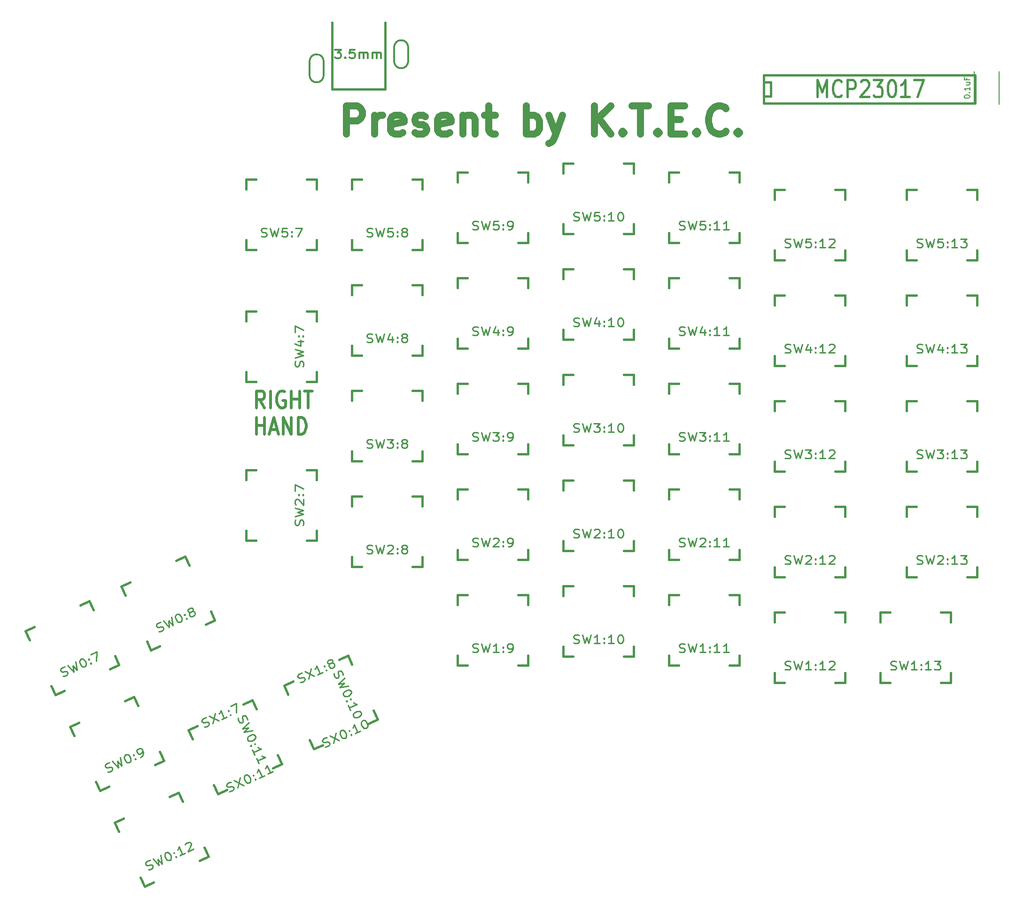
<source format=gbr>
G04 #@! TF.FileFunction,Legend,Top*
%FSLAX46Y46*%
G04 Gerber Fmt 4.6, Leading zero omitted, Abs format (unit mm)*
G04 Created by KiCad (PCBNEW 4.0.2-stable) date 2016/08/25 14:06:43*
%MOMM*%
G01*
G04 APERTURE LIST*
%ADD10C,0.150000*%
%ADD11C,1.270000*%
%ADD12C,0.508000*%
%ADD13C,0.300000*%
%ADD14C,0.381000*%
%ADD15C,0.254000*%
%ADD16C,0.304800*%
%ADD17C,0.457200*%
G04 APERTURE END LIST*
D10*
D11*
X84061905Y-50558095D02*
X84061905Y-45478095D01*
X85997143Y-45478095D01*
X86480952Y-45720000D01*
X86722857Y-45961905D01*
X86964762Y-46445714D01*
X86964762Y-47171429D01*
X86722857Y-47655238D01*
X86480952Y-47897143D01*
X85997143Y-48139048D01*
X84061905Y-48139048D01*
X89141905Y-50558095D02*
X89141905Y-47171429D01*
X89141905Y-48139048D02*
X89383810Y-47655238D01*
X89625714Y-47413333D01*
X90109524Y-47171429D01*
X90593333Y-47171429D01*
X94221905Y-50316190D02*
X93738095Y-50558095D01*
X92770476Y-50558095D01*
X92286667Y-50316190D01*
X92044762Y-49832381D01*
X92044762Y-47897143D01*
X92286667Y-47413333D01*
X92770476Y-47171429D01*
X93738095Y-47171429D01*
X94221905Y-47413333D01*
X94463810Y-47897143D01*
X94463810Y-48380952D01*
X92044762Y-48864762D01*
X96399048Y-50316190D02*
X96882858Y-50558095D01*
X97850477Y-50558095D01*
X98334286Y-50316190D01*
X98576191Y-49832381D01*
X98576191Y-49590476D01*
X98334286Y-49106667D01*
X97850477Y-48864762D01*
X97124762Y-48864762D01*
X96640953Y-48622857D01*
X96399048Y-48139048D01*
X96399048Y-47897143D01*
X96640953Y-47413333D01*
X97124762Y-47171429D01*
X97850477Y-47171429D01*
X98334286Y-47413333D01*
X102688572Y-50316190D02*
X102204762Y-50558095D01*
X101237143Y-50558095D01*
X100753334Y-50316190D01*
X100511429Y-49832381D01*
X100511429Y-47897143D01*
X100753334Y-47413333D01*
X101237143Y-47171429D01*
X102204762Y-47171429D01*
X102688572Y-47413333D01*
X102930477Y-47897143D01*
X102930477Y-48380952D01*
X100511429Y-48864762D01*
X105107620Y-47171429D02*
X105107620Y-50558095D01*
X105107620Y-47655238D02*
X105349525Y-47413333D01*
X105833334Y-47171429D01*
X106559048Y-47171429D01*
X107042858Y-47413333D01*
X107284763Y-47897143D01*
X107284763Y-50558095D01*
X108978096Y-47171429D02*
X110913334Y-47171429D01*
X109703810Y-45478095D02*
X109703810Y-49832381D01*
X109945715Y-50316190D01*
X110429524Y-50558095D01*
X110913334Y-50558095D01*
X116477143Y-50558095D02*
X116477143Y-45478095D01*
X116477143Y-47413333D02*
X116960952Y-47171429D01*
X117928571Y-47171429D01*
X118412381Y-47413333D01*
X118654286Y-47655238D01*
X118896190Y-48139048D01*
X118896190Y-49590476D01*
X118654286Y-50074286D01*
X118412381Y-50316190D01*
X117928571Y-50558095D01*
X116960952Y-50558095D01*
X116477143Y-50316190D01*
X120589523Y-47171429D02*
X121799047Y-50558095D01*
X123008571Y-47171429D02*
X121799047Y-50558095D01*
X121315238Y-51767619D01*
X121073333Y-52009524D01*
X120589523Y-52251429D01*
X128814285Y-50558095D02*
X128814285Y-45478095D01*
X131717142Y-50558095D02*
X129539999Y-47655238D01*
X131717142Y-45478095D02*
X128814285Y-48380952D01*
X133894285Y-50074286D02*
X134136190Y-50316190D01*
X133894285Y-50558095D01*
X133652380Y-50316190D01*
X133894285Y-50074286D01*
X133894285Y-50558095D01*
X135587619Y-45478095D02*
X138490476Y-45478095D01*
X137039047Y-50558095D02*
X137039047Y-45478095D01*
X140183809Y-50074286D02*
X140425714Y-50316190D01*
X140183809Y-50558095D01*
X139941904Y-50316190D01*
X140183809Y-50074286D01*
X140183809Y-50558095D01*
X142602857Y-47897143D02*
X144296190Y-47897143D01*
X145021904Y-50558095D02*
X142602857Y-50558095D01*
X142602857Y-45478095D01*
X145021904Y-45478095D01*
X147199047Y-50074286D02*
X147440952Y-50316190D01*
X147199047Y-50558095D01*
X146957142Y-50316190D01*
X147199047Y-50074286D01*
X147199047Y-50558095D01*
X152520952Y-50074286D02*
X152279047Y-50316190D01*
X151553333Y-50558095D01*
X151069523Y-50558095D01*
X150343809Y-50316190D01*
X149860000Y-49832381D01*
X149618095Y-49348571D01*
X149376190Y-48380952D01*
X149376190Y-47655238D01*
X149618095Y-46687619D01*
X149860000Y-46203810D01*
X150343809Y-45720000D01*
X151069523Y-45478095D01*
X151553333Y-45478095D01*
X152279047Y-45720000D01*
X152520952Y-45961905D01*
X154698095Y-50074286D02*
X154940000Y-50316190D01*
X154698095Y-50558095D01*
X154456190Y-50316190D01*
X154698095Y-50074286D01*
X154698095Y-50558095D01*
D12*
X69366190Y-99956257D02*
X68519524Y-98504829D01*
X67914762Y-99956257D02*
X67914762Y-96908257D01*
X68882381Y-96908257D01*
X69124286Y-97053400D01*
X69245238Y-97198543D01*
X69366190Y-97488829D01*
X69366190Y-97924257D01*
X69245238Y-98214543D01*
X69124286Y-98359686D01*
X68882381Y-98504829D01*
X67914762Y-98504829D01*
X70454762Y-99956257D02*
X70454762Y-96908257D01*
X72994762Y-97053400D02*
X72752857Y-96908257D01*
X72390000Y-96908257D01*
X72027143Y-97053400D01*
X71785238Y-97343686D01*
X71664286Y-97633971D01*
X71543334Y-98214543D01*
X71543334Y-98649971D01*
X71664286Y-99230543D01*
X71785238Y-99520829D01*
X72027143Y-99811114D01*
X72390000Y-99956257D01*
X72631905Y-99956257D01*
X72994762Y-99811114D01*
X73115714Y-99665971D01*
X73115714Y-98649971D01*
X72631905Y-98649971D01*
X74204286Y-99956257D02*
X74204286Y-96908257D01*
X74204286Y-98359686D02*
X75655714Y-98359686D01*
X75655714Y-99956257D02*
X75655714Y-96908257D01*
X76502381Y-96908257D02*
X77953809Y-96908257D01*
X77228095Y-99956257D02*
X77228095Y-96908257D01*
X67914762Y-104731457D02*
X67914762Y-101683457D01*
X67914762Y-103134886D02*
X69366190Y-103134886D01*
X69366190Y-104731457D02*
X69366190Y-101683457D01*
X70454762Y-103860600D02*
X71664285Y-103860600D01*
X70212857Y-104731457D02*
X71059523Y-101683457D01*
X71906190Y-104731457D01*
X72752857Y-104731457D02*
X72752857Y-101683457D01*
X74204285Y-104731457D01*
X74204285Y-101683457D01*
X75413809Y-104731457D02*
X75413809Y-101683457D01*
X76018571Y-101683457D01*
X76381428Y-101828600D01*
X76623333Y-102118886D01*
X76744285Y-102409171D01*
X76865237Y-102989743D01*
X76865237Y-103425171D01*
X76744285Y-104005743D01*
X76623333Y-104296029D01*
X76381428Y-104586314D01*
X76018571Y-104731457D01*
X75413809Y-104731457D01*
D13*
X77470000Y-40005000D02*
X77470000Y-37465000D01*
X80010000Y-37465000D02*
G75*
G03X78740000Y-36195000I-1270000J0D01*
G01*
X78740000Y-36195000D02*
G75*
G03X77470000Y-37465000I0J-1270000D01*
G01*
X78740000Y-41275000D02*
G75*
G03X80010000Y-40005000I0J1270000D01*
G01*
X77470000Y-40005000D02*
G75*
G03X78740000Y-41275000I1270000J0D01*
G01*
X80010000Y-40005000D02*
X80010000Y-37465000D01*
X92710000Y-37465000D02*
X92710000Y-34925000D01*
X95250000Y-37465000D02*
X95250000Y-34925000D01*
X92710000Y-34925000D02*
G75*
G02X93980000Y-33655000I1270000J0D01*
G01*
X93980000Y-33655000D02*
G75*
G02X95250000Y-34925000I0J-1270000D01*
G01*
X93980000Y-38735000D02*
G75*
G02X92710000Y-37465000I0J1270000D01*
G01*
X95250000Y-37465000D02*
G75*
G02X93980000Y-38735000I-1270000J0D01*
G01*
D14*
X91109800Y-30480000D02*
X91109800Y-42545000D01*
X91109800Y-42545000D02*
X81508600Y-42545000D01*
X81508600Y-42545000D02*
X81508600Y-30480000D01*
X66040000Y-58750200D02*
X67818000Y-58750200D01*
X76962000Y-58750200D02*
X78740000Y-58750200D01*
X78740000Y-58750200D02*
X78740000Y-60528200D01*
X78740000Y-69672200D02*
X78740000Y-71450200D01*
X78740000Y-71450200D02*
X76962000Y-71450200D01*
X67818000Y-71450200D02*
X66040000Y-71450200D01*
X66040000Y-71450200D02*
X66040000Y-69672200D01*
X66040000Y-60528200D02*
X66040000Y-58750200D01*
X66040000Y-95260160D02*
X66040000Y-93482160D01*
X66040000Y-84338160D02*
X66040000Y-82560160D01*
X66040000Y-82560160D02*
X67818000Y-82560160D01*
X76962000Y-82560160D02*
X78740000Y-82560160D01*
X78740000Y-82560160D02*
X78740000Y-84338160D01*
X78740000Y-93482160D02*
X78740000Y-95260160D01*
X78740000Y-95260160D02*
X76962000Y-95260160D01*
X67818000Y-95260160D02*
X66040000Y-95260160D01*
X66040000Y-123835160D02*
X66040000Y-122057160D01*
X66040000Y-112913160D02*
X66040000Y-111135160D01*
X66040000Y-111135160D02*
X67818000Y-111135160D01*
X76962000Y-111135160D02*
X78740000Y-111135160D01*
X78740000Y-111135160D02*
X78740000Y-112913160D01*
X78740000Y-122057160D02*
X78740000Y-123835160D01*
X78740000Y-123835160D02*
X76962000Y-123835160D01*
X67818000Y-123835160D02*
X66040000Y-123835160D01*
X180340000Y-136852660D02*
X182118000Y-136852660D01*
X191262000Y-136852660D02*
X193040000Y-136852660D01*
X193040000Y-136852660D02*
X193040000Y-138630660D01*
X193040000Y-147774660D02*
X193040000Y-149552660D01*
X193040000Y-149552660D02*
X191262000Y-149552660D01*
X182118000Y-149552660D02*
X180340000Y-149552660D01*
X180340000Y-149552660D02*
X180340000Y-147774660D01*
X180340000Y-138630660D02*
X180340000Y-136852660D01*
X85090000Y-77797660D02*
X86868000Y-77797660D01*
X96012000Y-77797660D02*
X97790000Y-77797660D01*
X97790000Y-77797660D02*
X97790000Y-79575660D01*
X97790000Y-88719660D02*
X97790000Y-90497660D01*
X97790000Y-90497660D02*
X96012000Y-90497660D01*
X86868000Y-90497660D02*
X85090000Y-90497660D01*
X85090000Y-90497660D02*
X85090000Y-88719660D01*
X85090000Y-79575660D02*
X85090000Y-77797660D01*
X34309520Y-157461652D02*
X35920935Y-156710236D01*
X44208213Y-152845815D02*
X45819628Y-152094400D01*
X45819628Y-152094400D02*
X46571044Y-153705815D01*
X50435465Y-161993093D02*
X51186880Y-163604508D01*
X51186880Y-163604508D02*
X49575465Y-164355924D01*
X41288187Y-168220345D02*
X39676772Y-168971760D01*
X39676772Y-168971760D02*
X38925356Y-167360345D01*
X35060935Y-159073067D02*
X34309520Y-157461652D01*
X42361320Y-174728572D02*
X43972735Y-173977156D01*
X52260013Y-170112735D02*
X53871428Y-169361320D01*
X53871428Y-169361320D02*
X54622844Y-170972735D01*
X58487265Y-179260013D02*
X59238680Y-180871428D01*
X59238680Y-180871428D02*
X57627265Y-181622844D01*
X49339987Y-185487265D02*
X47728572Y-186238680D01*
X47728572Y-186238680D02*
X46977156Y-184627265D01*
X43112735Y-176339987D02*
X42361320Y-174728572D01*
X26260260Y-140197272D02*
X27871675Y-139445856D01*
X36158953Y-135581435D02*
X37770368Y-134830020D01*
X37770368Y-134830020D02*
X38521784Y-136441435D01*
X42386205Y-144728713D02*
X43137620Y-146340128D01*
X43137620Y-146340128D02*
X41526205Y-147091544D01*
X33238927Y-150955965D02*
X31627512Y-151707380D01*
X31627512Y-151707380D02*
X30876096Y-150095965D01*
X27011675Y-141808687D02*
X26260260Y-140197272D01*
X43524640Y-132148012D02*
X45136055Y-131396596D01*
X53423333Y-127532175D02*
X55034748Y-126780760D01*
X55034748Y-126780760D02*
X55786164Y-128392175D01*
X59650585Y-136679453D02*
X60402000Y-138290868D01*
X60402000Y-138290868D02*
X58790585Y-139042284D01*
X50503307Y-142906705D02*
X48891892Y-143658120D01*
X48891892Y-143658120D02*
X48140476Y-142046705D01*
X44276055Y-133759427D02*
X43524640Y-132148012D01*
X161290000Y-60655200D02*
X163068000Y-60655200D01*
X172212000Y-60655200D02*
X173990000Y-60655200D01*
X173990000Y-60655200D02*
X173990000Y-62433200D01*
X173990000Y-71577200D02*
X173990000Y-73355200D01*
X173990000Y-73355200D02*
X172212000Y-73355200D01*
X163068000Y-73355200D02*
X161290000Y-73355200D01*
X161290000Y-73355200D02*
X161290000Y-71577200D01*
X161290000Y-62433200D02*
X161290000Y-60655200D01*
X142240000Y-57477660D02*
X144018000Y-57477660D01*
X153162000Y-57477660D02*
X154940000Y-57477660D01*
X154940000Y-57477660D02*
X154940000Y-59255660D01*
X154940000Y-68399660D02*
X154940000Y-70177660D01*
X154940000Y-70177660D02*
X153162000Y-70177660D01*
X144018000Y-70177660D02*
X142240000Y-70177660D01*
X142240000Y-70177660D02*
X142240000Y-68399660D01*
X142240000Y-59255660D02*
X142240000Y-57477660D01*
X123190000Y-55880000D02*
X124968000Y-55880000D01*
X134112000Y-55880000D02*
X135890000Y-55880000D01*
X135890000Y-55880000D02*
X135890000Y-57658000D01*
X135890000Y-66802000D02*
X135890000Y-68580000D01*
X135890000Y-68580000D02*
X134112000Y-68580000D01*
X124968000Y-68580000D02*
X123190000Y-68580000D01*
X123190000Y-68580000D02*
X123190000Y-66802000D01*
X123190000Y-57658000D02*
X123190000Y-55880000D01*
X104140000Y-57477660D02*
X105918000Y-57477660D01*
X115062000Y-57477660D02*
X116840000Y-57477660D01*
X116840000Y-57477660D02*
X116840000Y-59255660D01*
X116840000Y-68399660D02*
X116840000Y-70177660D01*
X116840000Y-70177660D02*
X115062000Y-70177660D01*
X105918000Y-70177660D02*
X104140000Y-70177660D01*
X104140000Y-70177660D02*
X104140000Y-68399660D01*
X104140000Y-59255660D02*
X104140000Y-57477660D01*
X142240000Y-133677660D02*
X144018000Y-133677660D01*
X153162000Y-133677660D02*
X154940000Y-133677660D01*
X154940000Y-133677660D02*
X154940000Y-135455660D01*
X154940000Y-144599660D02*
X154940000Y-146377660D01*
X154940000Y-146377660D02*
X153162000Y-146377660D01*
X144018000Y-146377660D02*
X142240000Y-146377660D01*
X142240000Y-146377660D02*
X142240000Y-144599660D01*
X142240000Y-135455660D02*
X142240000Y-133677660D01*
X161290000Y-79702660D02*
X163068000Y-79702660D01*
X172212000Y-79702660D02*
X173990000Y-79702660D01*
X173990000Y-79702660D02*
X173990000Y-81480660D01*
X173990000Y-90624660D02*
X173990000Y-92402660D01*
X173990000Y-92402660D02*
X172212000Y-92402660D01*
X163068000Y-92402660D02*
X161290000Y-92402660D01*
X161290000Y-92402660D02*
X161290000Y-90624660D01*
X161290000Y-81480660D02*
X161290000Y-79702660D01*
X123190000Y-74930000D02*
X124968000Y-74930000D01*
X134112000Y-74930000D02*
X135890000Y-74930000D01*
X135890000Y-74930000D02*
X135890000Y-76708000D01*
X135890000Y-85852000D02*
X135890000Y-87630000D01*
X135890000Y-87630000D02*
X134112000Y-87630000D01*
X124968000Y-87630000D02*
X123190000Y-87630000D01*
X123190000Y-87630000D02*
X123190000Y-85852000D01*
X123190000Y-76708000D02*
X123190000Y-74930000D01*
X104140000Y-76527660D02*
X105918000Y-76527660D01*
X115062000Y-76527660D02*
X116840000Y-76527660D01*
X116840000Y-76527660D02*
X116840000Y-78305660D01*
X116840000Y-87449660D02*
X116840000Y-89227660D01*
X116840000Y-89227660D02*
X115062000Y-89227660D01*
X105918000Y-89227660D02*
X104140000Y-89227660D01*
X104140000Y-89227660D02*
X104140000Y-87449660D01*
X104140000Y-78305660D02*
X104140000Y-76527660D01*
X161290000Y-98752660D02*
X163068000Y-98752660D01*
X172212000Y-98752660D02*
X173990000Y-98752660D01*
X173990000Y-98752660D02*
X173990000Y-100530660D01*
X173990000Y-109674660D02*
X173990000Y-111452660D01*
X173990000Y-111452660D02*
X172212000Y-111452660D01*
X163068000Y-111452660D02*
X161290000Y-111452660D01*
X161290000Y-111452660D02*
X161290000Y-109674660D01*
X161290000Y-100530660D02*
X161290000Y-98752660D01*
X142240000Y-95577660D02*
X144018000Y-95577660D01*
X153162000Y-95577660D02*
X154940000Y-95577660D01*
X154940000Y-95577660D02*
X154940000Y-97355660D01*
X154940000Y-106499660D02*
X154940000Y-108277660D01*
X154940000Y-108277660D02*
X153162000Y-108277660D01*
X144018000Y-108277660D02*
X142240000Y-108277660D01*
X142240000Y-108277660D02*
X142240000Y-106499660D01*
X142240000Y-97355660D02*
X142240000Y-95577660D01*
X123190000Y-93980000D02*
X124968000Y-93980000D01*
X134112000Y-93980000D02*
X135890000Y-93980000D01*
X135890000Y-93980000D02*
X135890000Y-95758000D01*
X135890000Y-104902000D02*
X135890000Y-106680000D01*
X135890000Y-106680000D02*
X134112000Y-106680000D01*
X124968000Y-106680000D02*
X123190000Y-106680000D01*
X123190000Y-106680000D02*
X123190000Y-104902000D01*
X123190000Y-95758000D02*
X123190000Y-93980000D01*
X104140000Y-95577660D02*
X105918000Y-95577660D01*
X115062000Y-95577660D02*
X116840000Y-95577660D01*
X116840000Y-95577660D02*
X116840000Y-97355660D01*
X116840000Y-106499660D02*
X116840000Y-108277660D01*
X116840000Y-108277660D02*
X115062000Y-108277660D01*
X105918000Y-108277660D02*
X104140000Y-108277660D01*
X104140000Y-108277660D02*
X104140000Y-106499660D01*
X104140000Y-97355660D02*
X104140000Y-95577660D01*
X85090000Y-96847660D02*
X86868000Y-96847660D01*
X96012000Y-96847660D02*
X97790000Y-96847660D01*
X97790000Y-96847660D02*
X97790000Y-98625660D01*
X97790000Y-107769660D02*
X97790000Y-109547660D01*
X97790000Y-109547660D02*
X96012000Y-109547660D01*
X86868000Y-109547660D02*
X85090000Y-109547660D01*
X85090000Y-109547660D02*
X85090000Y-107769660D01*
X85090000Y-98625660D02*
X85090000Y-96847660D01*
X161290000Y-117802660D02*
X163068000Y-117802660D01*
X172212000Y-117802660D02*
X173990000Y-117802660D01*
X173990000Y-117802660D02*
X173990000Y-119580660D01*
X173990000Y-128724660D02*
X173990000Y-130502660D01*
X173990000Y-130502660D02*
X172212000Y-130502660D01*
X163068000Y-130502660D02*
X161290000Y-130502660D01*
X161290000Y-130502660D02*
X161290000Y-128724660D01*
X161290000Y-119580660D02*
X161290000Y-117802660D01*
X142240000Y-114627660D02*
X144018000Y-114627660D01*
X153162000Y-114627660D02*
X154940000Y-114627660D01*
X154940000Y-114627660D02*
X154940000Y-116405660D01*
X154940000Y-125549660D02*
X154940000Y-127327660D01*
X154940000Y-127327660D02*
X153162000Y-127327660D01*
X144018000Y-127327660D02*
X142240000Y-127327660D01*
X142240000Y-127327660D02*
X142240000Y-125549660D01*
X142240000Y-116405660D02*
X142240000Y-114627660D01*
X123190000Y-113030000D02*
X124968000Y-113030000D01*
X134112000Y-113030000D02*
X135890000Y-113030000D01*
X135890000Y-113030000D02*
X135890000Y-114808000D01*
X135890000Y-123952000D02*
X135890000Y-125730000D01*
X135890000Y-125730000D02*
X134112000Y-125730000D01*
X124968000Y-125730000D02*
X123190000Y-125730000D01*
X123190000Y-125730000D02*
X123190000Y-123952000D01*
X123190000Y-114808000D02*
X123190000Y-113030000D01*
X104140000Y-114627660D02*
X105918000Y-114627660D01*
X115062000Y-114627660D02*
X116840000Y-114627660D01*
X116840000Y-114627660D02*
X116840000Y-116405660D01*
X116840000Y-125549660D02*
X116840000Y-127327660D01*
X116840000Y-127327660D02*
X115062000Y-127327660D01*
X105918000Y-127327660D02*
X104140000Y-127327660D01*
X104140000Y-127327660D02*
X104140000Y-125549660D01*
X104140000Y-116405660D02*
X104140000Y-114627660D01*
X85090000Y-115897660D02*
X86868000Y-115897660D01*
X96012000Y-115897660D02*
X97790000Y-115897660D01*
X97790000Y-115897660D02*
X97790000Y-117675660D01*
X97790000Y-126819660D02*
X97790000Y-128597660D01*
X97790000Y-128597660D02*
X96012000Y-128597660D01*
X86868000Y-128597660D02*
X85090000Y-128597660D01*
X85090000Y-128597660D02*
X85090000Y-126819660D01*
X85090000Y-117675660D02*
X85090000Y-115897660D01*
X161290000Y-136852660D02*
X163068000Y-136852660D01*
X172212000Y-136852660D02*
X173990000Y-136852660D01*
X173990000Y-136852660D02*
X173990000Y-138630660D01*
X173990000Y-147774660D02*
X173990000Y-149552660D01*
X173990000Y-149552660D02*
X172212000Y-149552660D01*
X163068000Y-149552660D02*
X161290000Y-149552660D01*
X161290000Y-149552660D02*
X161290000Y-147774660D01*
X161290000Y-138630660D02*
X161290000Y-136852660D01*
X123190000Y-132080000D02*
X124968000Y-132080000D01*
X134112000Y-132080000D02*
X135890000Y-132080000D01*
X135890000Y-132080000D02*
X135890000Y-133858000D01*
X135890000Y-143002000D02*
X135890000Y-144780000D01*
X135890000Y-144780000D02*
X134112000Y-144780000D01*
X124968000Y-144780000D02*
X123190000Y-144780000D01*
X123190000Y-144780000D02*
X123190000Y-143002000D01*
X123190000Y-133858000D02*
X123190000Y-132080000D01*
X104140000Y-133677660D02*
X105918000Y-133677660D01*
X115062000Y-133677660D02*
X116840000Y-133677660D01*
X116840000Y-133677660D02*
X116840000Y-135455660D01*
X116840000Y-144599660D02*
X116840000Y-146377660D01*
X116840000Y-146377660D02*
X115062000Y-146377660D01*
X105918000Y-146377660D02*
X104140000Y-146377660D01*
X104140000Y-146377660D02*
X104140000Y-144599660D01*
X104140000Y-135455660D02*
X104140000Y-133677660D01*
X78231432Y-161504160D02*
X77480016Y-159892745D01*
X73615595Y-151605467D02*
X72864180Y-149994052D01*
X72864180Y-149994052D02*
X74475595Y-149242636D01*
X82762873Y-145378215D02*
X84374288Y-144626800D01*
X84374288Y-144626800D02*
X85125704Y-146238215D01*
X88990125Y-154525493D02*
X89741540Y-156136908D01*
X89741540Y-156136908D02*
X88130125Y-156888324D01*
X79842847Y-160752745D02*
X78231432Y-161504160D01*
X60967052Y-169555960D02*
X60215636Y-167944545D01*
X56351215Y-159657267D02*
X55599800Y-158045852D01*
X55599800Y-158045852D02*
X57211215Y-157294436D01*
X65498493Y-153430015D02*
X67109908Y-152678600D01*
X67109908Y-152678600D02*
X67861324Y-154290015D01*
X71725745Y-162577293D02*
X72477160Y-164188708D01*
X72477160Y-164188708D02*
X70865745Y-164940124D01*
X62578467Y-168804545D02*
X60967052Y-169555960D01*
X142240000Y-76527660D02*
X144018000Y-76527660D01*
X153162000Y-76527660D02*
X154940000Y-76527660D01*
X154940000Y-76527660D02*
X154940000Y-78305660D01*
X154940000Y-87449660D02*
X154940000Y-89227660D01*
X154940000Y-89227660D02*
X153162000Y-89227660D01*
X144018000Y-89227660D02*
X142240000Y-89227660D01*
X142240000Y-89227660D02*
X142240000Y-87449660D01*
X142240000Y-78305660D02*
X142240000Y-76527660D01*
X85090000Y-58750200D02*
X86868000Y-58750200D01*
X96012000Y-58750200D02*
X97790000Y-58750200D01*
X97790000Y-58750200D02*
X97790000Y-60528200D01*
X97790000Y-69672200D02*
X97790000Y-71450200D01*
X97790000Y-71450200D02*
X96012000Y-71450200D01*
X86868000Y-71450200D02*
X85090000Y-71450200D01*
X85090000Y-71450200D02*
X85090000Y-69672200D01*
X85090000Y-60528200D02*
X85090000Y-58750200D01*
X159370000Y-39980000D02*
X197470000Y-39980000D01*
X197470000Y-39980000D02*
X197470000Y-45060000D01*
X197470000Y-45060000D02*
X159370000Y-45060000D01*
X159370000Y-45060000D02*
X159370000Y-39980000D01*
X159370000Y-41250000D02*
X160640000Y-41250000D01*
X160640000Y-41250000D02*
X160640000Y-43790000D01*
X160640000Y-43790000D02*
X159370000Y-43790000D01*
D10*
X201767000Y-39251000D02*
X201767000Y-45251000D01*
X197267000Y-45251000D02*
X197267000Y-39251000D01*
D14*
X185102500Y-117802660D02*
X186880500Y-117802660D01*
X196024500Y-117802660D02*
X197802500Y-117802660D01*
X197802500Y-117802660D02*
X197802500Y-119580660D01*
X197802500Y-128724660D02*
X197802500Y-130502660D01*
X197802500Y-130502660D02*
X196024500Y-130502660D01*
X186880500Y-130502660D02*
X185102500Y-130502660D01*
X185102500Y-130502660D02*
X185102500Y-128724660D01*
X185102500Y-119580660D02*
X185102500Y-117802660D01*
X185102500Y-98752660D02*
X186880500Y-98752660D01*
X196024500Y-98752660D02*
X197802500Y-98752660D01*
X197802500Y-98752660D02*
X197802500Y-100530660D01*
X197802500Y-109674660D02*
X197802500Y-111452660D01*
X197802500Y-111452660D02*
X196024500Y-111452660D01*
X186880500Y-111452660D02*
X185102500Y-111452660D01*
X185102500Y-111452660D02*
X185102500Y-109674660D01*
X185102500Y-100530660D02*
X185102500Y-98752660D01*
X185102500Y-79702660D02*
X186880500Y-79702660D01*
X196024500Y-79702660D02*
X197802500Y-79702660D01*
X197802500Y-79702660D02*
X197802500Y-81480660D01*
X197802500Y-90624660D02*
X197802500Y-92402660D01*
X197802500Y-92402660D02*
X196024500Y-92402660D01*
X186880500Y-92402660D02*
X185102500Y-92402660D01*
X185102500Y-92402660D02*
X185102500Y-90624660D01*
X185102500Y-81480660D02*
X185102500Y-79702660D01*
X185102500Y-60655200D02*
X186880500Y-60655200D01*
X196024500Y-60655200D02*
X197802500Y-60655200D01*
X197802500Y-60655200D02*
X197802500Y-62433200D01*
X197802500Y-71577200D02*
X197802500Y-73355200D01*
X197802500Y-73355200D02*
X196024500Y-73355200D01*
X186880500Y-73355200D02*
X185102500Y-73355200D01*
X185102500Y-73355200D02*
X185102500Y-71577200D01*
X185102500Y-62433200D02*
X185102500Y-60655200D01*
D15*
X75789586Y-149450759D02*
X76050458Y-149409186D01*
X76434128Y-149230278D01*
X76556926Y-149092942D01*
X76602990Y-148991389D01*
X76618385Y-148824063D01*
X76557045Y-148692518D01*
X76418970Y-148596756D01*
X76311566Y-148566766D01*
X76127428Y-148572557D01*
X75789821Y-148649912D01*
X75605683Y-148655703D01*
X75498279Y-148625713D01*
X75360206Y-148529950D01*
X75298866Y-148398406D01*
X75314259Y-148231080D01*
X75360323Y-148129527D01*
X75483121Y-147992192D01*
X75866792Y-147813283D01*
X76127664Y-147771710D01*
X76634132Y-147455466D02*
X78352479Y-148335736D01*
X77708409Y-146954523D02*
X77278203Y-148836680D01*
X79810427Y-147655884D02*
X78889618Y-148085264D01*
X79350022Y-147870574D02*
X78705952Y-146489361D01*
X78644493Y-146758241D01*
X78552365Y-146961348D01*
X78429567Y-147098683D01*
X80439692Y-147202305D02*
X80547096Y-147232295D01*
X80501032Y-147333849D01*
X80393628Y-147303858D01*
X80439692Y-147202305D01*
X80501032Y-147333849D01*
X80102322Y-146478812D02*
X80209726Y-146508802D01*
X80163662Y-146610357D01*
X80056258Y-146580365D01*
X80102322Y-146478812D01*
X80163662Y-146610357D01*
X81130535Y-146079422D02*
X80946397Y-146085214D01*
X80838993Y-146055224D01*
X80700919Y-145959461D01*
X80670249Y-145893688D01*
X80685642Y-145726363D01*
X80731707Y-145624809D01*
X80854505Y-145487474D01*
X81161442Y-145344348D01*
X81345579Y-145338556D01*
X81452983Y-145368546D01*
X81591058Y-145464308D01*
X81621728Y-145530081D01*
X81606334Y-145697407D01*
X81560269Y-145798960D01*
X81437471Y-145936295D01*
X81130535Y-146079422D01*
X81007737Y-146216758D01*
X80961673Y-146318311D01*
X80946279Y-146485637D01*
X81068959Y-146748725D01*
X81207033Y-146844488D01*
X81314437Y-146874478D01*
X81498575Y-146868687D01*
X81805512Y-146725561D01*
X81928309Y-146588225D01*
X81974374Y-146486671D01*
X81989768Y-146319345D01*
X81867088Y-146056257D01*
X81729014Y-145960494D01*
X81621609Y-145930505D01*
X81437471Y-145936295D01*
X58525206Y-157502559D02*
X58786078Y-157460986D01*
X59169748Y-157282078D01*
X59292546Y-157144742D01*
X59338610Y-157043189D01*
X59354005Y-156875863D01*
X59292665Y-156744318D01*
X59154590Y-156648556D01*
X59047186Y-156618566D01*
X58863048Y-156624357D01*
X58525441Y-156701712D01*
X58341303Y-156707503D01*
X58233899Y-156677513D01*
X58095826Y-156581750D01*
X58034486Y-156450206D01*
X58049879Y-156282880D01*
X58095943Y-156181327D01*
X58218741Y-156043992D01*
X58602412Y-155865083D01*
X58863284Y-155823510D01*
X59369752Y-155507266D02*
X61088099Y-156387536D01*
X60444029Y-155006323D02*
X60013823Y-156888480D01*
X62546047Y-155707684D02*
X61625238Y-156137064D01*
X62085642Y-155922374D02*
X61441572Y-154541161D01*
X61380113Y-154810041D01*
X61287985Y-155013148D01*
X61165187Y-155150483D01*
X63175312Y-155254105D02*
X63282716Y-155284095D01*
X63236652Y-155385649D01*
X63129248Y-155355658D01*
X63175312Y-155254105D01*
X63236652Y-155385649D01*
X62837942Y-154530612D02*
X62945346Y-154560602D01*
X62899282Y-154662157D01*
X62791878Y-154632165D01*
X62837942Y-154530612D01*
X62899282Y-154662157D01*
X63206455Y-153718183D02*
X64280732Y-153217239D01*
X64234195Y-154920487D01*
X80283073Y-161090240D02*
X80543945Y-161048667D01*
X80927615Y-160869759D01*
X81050413Y-160732423D01*
X81096477Y-160630870D01*
X81111872Y-160463543D01*
X81050532Y-160331999D01*
X80912457Y-160236237D01*
X80805053Y-160206247D01*
X80620915Y-160212038D01*
X80283309Y-160289393D01*
X80099170Y-160295183D01*
X79991766Y-160265194D01*
X79853693Y-160169431D01*
X79792353Y-160037887D01*
X79807746Y-159870561D01*
X79853811Y-159769007D01*
X79976609Y-159631673D01*
X80360279Y-159452764D01*
X80621151Y-159411191D01*
X81127619Y-159094947D02*
X82845966Y-159975217D01*
X82201896Y-158594004D02*
X81771690Y-160476160D01*
X83122705Y-158164624D02*
X83276173Y-158093061D01*
X83460311Y-158087269D01*
X83567714Y-158117259D01*
X83705789Y-158213021D01*
X83905203Y-158440328D01*
X84058553Y-158769188D01*
X84104499Y-159068058D01*
X84089105Y-159235384D01*
X84043041Y-159336938D01*
X83920243Y-159474274D01*
X83766775Y-159545837D01*
X83582637Y-159551628D01*
X83475233Y-159521638D01*
X83337158Y-159425875D01*
X83137745Y-159198568D01*
X82984395Y-158869708D01*
X82938448Y-158570838D01*
X82953842Y-158403512D01*
X82999907Y-158301959D01*
X83122705Y-158164624D01*
X84933179Y-158841786D02*
X85040583Y-158871776D01*
X84994519Y-158973330D01*
X84887116Y-158943339D01*
X84933179Y-158841786D01*
X84994519Y-158973330D01*
X84595809Y-158118293D02*
X84703213Y-158148283D01*
X84657149Y-158249838D01*
X84549745Y-158219846D01*
X84595809Y-158118293D01*
X84657149Y-158249838D01*
X86605935Y-158221915D02*
X85685127Y-158651295D01*
X86145531Y-158436605D02*
X85501461Y-157055392D01*
X85440002Y-157324271D01*
X85347874Y-157527379D01*
X85225076Y-157664714D01*
X86959407Y-156375540D02*
X87112875Y-156303977D01*
X87297014Y-156298185D01*
X87404417Y-156328175D01*
X87542491Y-156423938D01*
X87741906Y-156651244D01*
X87895256Y-156980104D01*
X87941202Y-157278975D01*
X87925808Y-157446301D01*
X87879744Y-157547854D01*
X87756945Y-157685190D01*
X87603478Y-157756753D01*
X87419340Y-157762544D01*
X87311935Y-157732554D01*
X87173861Y-157636792D01*
X86974447Y-157409484D01*
X86821097Y-157080624D01*
X86775151Y-156781754D01*
X86790545Y-156614428D01*
X86836609Y-156512875D01*
X86959407Y-156375540D01*
X63016153Y-169139500D02*
X63277025Y-169097927D01*
X63660695Y-168919019D01*
X63783493Y-168781683D01*
X63829557Y-168680130D01*
X63844952Y-168512803D01*
X63783612Y-168381259D01*
X63645537Y-168285497D01*
X63538133Y-168255507D01*
X63353995Y-168261298D01*
X63016389Y-168338653D01*
X62832250Y-168344443D01*
X62724846Y-168314454D01*
X62586773Y-168218691D01*
X62525433Y-168087147D01*
X62540826Y-167919821D01*
X62586891Y-167818267D01*
X62709689Y-167680933D01*
X63093359Y-167502024D01*
X63354231Y-167460451D01*
X63860699Y-167144207D02*
X65579046Y-168024477D01*
X64934976Y-166643264D02*
X64504770Y-168525420D01*
X65855785Y-166213884D02*
X66009253Y-166142321D01*
X66193391Y-166136529D01*
X66300794Y-166166519D01*
X66438869Y-166262281D01*
X66638283Y-166489588D01*
X66791633Y-166818448D01*
X66837579Y-167117318D01*
X66822185Y-167284644D01*
X66776121Y-167386198D01*
X66653323Y-167523534D01*
X66499855Y-167595097D01*
X66315717Y-167600888D01*
X66208313Y-167570898D01*
X66070238Y-167475135D01*
X65870825Y-167247828D01*
X65717475Y-166918968D01*
X65671528Y-166620098D01*
X65686922Y-166452772D01*
X65732987Y-166351219D01*
X65855785Y-166213884D01*
X67666259Y-166891046D02*
X67773663Y-166921036D01*
X67727599Y-167022590D01*
X67620196Y-166992599D01*
X67666259Y-166891046D01*
X67727599Y-167022590D01*
X67328889Y-166167553D02*
X67436293Y-166197543D01*
X67390229Y-166299098D01*
X67282825Y-166269106D01*
X67328889Y-166167553D01*
X67390229Y-166299098D01*
X69339015Y-166271175D02*
X68418207Y-166700555D01*
X68878611Y-166485865D02*
X68234541Y-165104652D01*
X68173082Y-165373531D01*
X68080954Y-165576639D01*
X67958156Y-165713974D01*
X70873696Y-165555541D02*
X69952888Y-165984921D01*
X70413292Y-165770231D02*
X69769222Y-164389018D01*
X69707763Y-164657898D01*
X69615635Y-164861005D01*
X69492837Y-164998340D01*
D16*
X82075867Y-35360429D02*
X83176534Y-35360429D01*
X82583867Y-35941000D01*
X82837867Y-35941000D01*
X83007200Y-36013571D01*
X83091867Y-36086143D01*
X83176534Y-36231286D01*
X83176534Y-36594143D01*
X83091867Y-36739286D01*
X83007200Y-36811857D01*
X82837867Y-36884429D01*
X82329867Y-36884429D01*
X82160534Y-36811857D01*
X82075867Y-36739286D01*
X83938533Y-36739286D02*
X84023200Y-36811857D01*
X83938533Y-36884429D01*
X83853867Y-36811857D01*
X83938533Y-36739286D01*
X83938533Y-36884429D01*
X85631867Y-35360429D02*
X84785200Y-35360429D01*
X84700534Y-36086143D01*
X84785200Y-36013571D01*
X84954534Y-35941000D01*
X85377867Y-35941000D01*
X85547200Y-36013571D01*
X85631867Y-36086143D01*
X85716534Y-36231286D01*
X85716534Y-36594143D01*
X85631867Y-36739286D01*
X85547200Y-36811857D01*
X85377867Y-36884429D01*
X84954534Y-36884429D01*
X84785200Y-36811857D01*
X84700534Y-36739286D01*
X86478533Y-36884429D02*
X86478533Y-35868429D01*
X86478533Y-36013571D02*
X86563200Y-35941000D01*
X86732533Y-35868429D01*
X86986533Y-35868429D01*
X87155867Y-35941000D01*
X87240533Y-36086143D01*
X87240533Y-36884429D01*
X87240533Y-36086143D02*
X87325200Y-35941000D01*
X87494533Y-35868429D01*
X87748533Y-35868429D01*
X87917867Y-35941000D01*
X88002533Y-36086143D01*
X88002533Y-36884429D01*
X88849200Y-36884429D02*
X88849200Y-35868429D01*
X88849200Y-36013571D02*
X88933867Y-35941000D01*
X89103200Y-35868429D01*
X89357200Y-35868429D01*
X89526534Y-35941000D01*
X89611200Y-36086143D01*
X89611200Y-36884429D01*
X89611200Y-36086143D02*
X89695867Y-35941000D01*
X89865200Y-35868429D01*
X90119200Y-35868429D01*
X90288534Y-35941000D01*
X90373200Y-36086143D01*
X90373200Y-36884429D01*
D15*
X68749334Y-69019057D02*
X69003334Y-69091629D01*
X69426667Y-69091629D01*
X69596000Y-69019057D01*
X69680667Y-68946486D01*
X69765334Y-68801343D01*
X69765334Y-68656200D01*
X69680667Y-68511057D01*
X69596000Y-68438486D01*
X69426667Y-68365914D01*
X69088000Y-68293343D01*
X68918667Y-68220771D01*
X68834000Y-68148200D01*
X68749334Y-68003057D01*
X68749334Y-67857914D01*
X68834000Y-67712771D01*
X68918667Y-67640200D01*
X69088000Y-67567629D01*
X69511334Y-67567629D01*
X69765334Y-67640200D01*
X70358000Y-67567629D02*
X70781333Y-69091629D01*
X71120000Y-68003057D01*
X71458667Y-69091629D01*
X71882000Y-67567629D01*
X73406000Y-67567629D02*
X72559333Y-67567629D01*
X72474667Y-68293343D01*
X72559333Y-68220771D01*
X72728667Y-68148200D01*
X73152000Y-68148200D01*
X73321333Y-68220771D01*
X73406000Y-68293343D01*
X73490667Y-68438486D01*
X73490667Y-68801343D01*
X73406000Y-68946486D01*
X73321333Y-69019057D01*
X73152000Y-69091629D01*
X72728667Y-69091629D01*
X72559333Y-69019057D01*
X72474667Y-68946486D01*
X74252666Y-68946486D02*
X74337333Y-69019057D01*
X74252666Y-69091629D01*
X74168000Y-69019057D01*
X74252666Y-68946486D01*
X74252666Y-69091629D01*
X74252666Y-68148200D02*
X74337333Y-68220771D01*
X74252666Y-68293343D01*
X74168000Y-68220771D01*
X74252666Y-68148200D01*
X74252666Y-68293343D01*
X74930000Y-67567629D02*
X76115333Y-67567629D01*
X75353333Y-69091629D01*
X76308857Y-92550826D02*
X76381429Y-92296826D01*
X76381429Y-91873493D01*
X76308857Y-91704160D01*
X76236286Y-91619493D01*
X76091143Y-91534826D01*
X75946000Y-91534826D01*
X75800857Y-91619493D01*
X75728286Y-91704160D01*
X75655714Y-91873493D01*
X75583143Y-92212160D01*
X75510571Y-92381493D01*
X75438000Y-92466160D01*
X75292857Y-92550826D01*
X75147714Y-92550826D01*
X75002571Y-92466160D01*
X74930000Y-92381493D01*
X74857429Y-92212160D01*
X74857429Y-91788826D01*
X74930000Y-91534826D01*
X74857429Y-90942160D02*
X76381429Y-90518827D01*
X75292857Y-90180160D01*
X76381429Y-89841493D01*
X74857429Y-89418160D01*
X75365429Y-87978827D02*
X76381429Y-87978827D01*
X74784857Y-88402160D02*
X75873429Y-88825493D01*
X75873429Y-87724827D01*
X76236286Y-87047494D02*
X76308857Y-86962827D01*
X76381429Y-87047494D01*
X76308857Y-87132160D01*
X76236286Y-87047494D01*
X76381429Y-87047494D01*
X75438000Y-87047494D02*
X75510571Y-86962827D01*
X75583143Y-87047494D01*
X75510571Y-87132160D01*
X75438000Y-87047494D01*
X75583143Y-87047494D01*
X74857429Y-86370160D02*
X74857429Y-85184827D01*
X76381429Y-85946827D01*
X76308857Y-121125826D02*
X76381429Y-120871826D01*
X76381429Y-120448493D01*
X76308857Y-120279160D01*
X76236286Y-120194493D01*
X76091143Y-120109826D01*
X75946000Y-120109826D01*
X75800857Y-120194493D01*
X75728286Y-120279160D01*
X75655714Y-120448493D01*
X75583143Y-120787160D01*
X75510571Y-120956493D01*
X75438000Y-121041160D01*
X75292857Y-121125826D01*
X75147714Y-121125826D01*
X75002571Y-121041160D01*
X74930000Y-120956493D01*
X74857429Y-120787160D01*
X74857429Y-120363826D01*
X74930000Y-120109826D01*
X74857429Y-119517160D02*
X76381429Y-119093827D01*
X75292857Y-118755160D01*
X76381429Y-118416493D01*
X74857429Y-117993160D01*
X75002571Y-117400493D02*
X74930000Y-117315827D01*
X74857429Y-117146493D01*
X74857429Y-116723160D01*
X74930000Y-116553827D01*
X75002571Y-116469160D01*
X75147714Y-116384493D01*
X75292857Y-116384493D01*
X75510571Y-116469160D01*
X76381429Y-117485160D01*
X76381429Y-116384493D01*
X76236286Y-115622494D02*
X76308857Y-115537827D01*
X76381429Y-115622494D01*
X76308857Y-115707160D01*
X76236286Y-115622494D01*
X76381429Y-115622494D01*
X75438000Y-115622494D02*
X75510571Y-115537827D01*
X75583143Y-115622494D01*
X75510571Y-115707160D01*
X75438000Y-115622494D01*
X75583143Y-115622494D01*
X74857429Y-114945160D02*
X74857429Y-113759827D01*
X76381429Y-114521827D01*
X182202668Y-147121517D02*
X182456668Y-147194089D01*
X182880001Y-147194089D01*
X183049334Y-147121517D01*
X183134001Y-147048946D01*
X183218668Y-146903803D01*
X183218668Y-146758660D01*
X183134001Y-146613517D01*
X183049334Y-146540946D01*
X182880001Y-146468374D01*
X182541334Y-146395803D01*
X182372001Y-146323231D01*
X182287334Y-146250660D01*
X182202668Y-146105517D01*
X182202668Y-145960374D01*
X182287334Y-145815231D01*
X182372001Y-145742660D01*
X182541334Y-145670089D01*
X182964668Y-145670089D01*
X183218668Y-145742660D01*
X183811334Y-145670089D02*
X184234667Y-147194089D01*
X184573334Y-146105517D01*
X184912001Y-147194089D01*
X185335334Y-145670089D01*
X186944001Y-147194089D02*
X185928001Y-147194089D01*
X186436001Y-147194089D02*
X186436001Y-145670089D01*
X186266667Y-145887803D01*
X186097334Y-146032946D01*
X185928001Y-146105517D01*
X187706000Y-147048946D02*
X187790667Y-147121517D01*
X187706000Y-147194089D01*
X187621334Y-147121517D01*
X187706000Y-147048946D01*
X187706000Y-147194089D01*
X187706000Y-146250660D02*
X187790667Y-146323231D01*
X187706000Y-146395803D01*
X187621334Y-146323231D01*
X187706000Y-146250660D01*
X187706000Y-146395803D01*
X189484001Y-147194089D02*
X188468001Y-147194089D01*
X188976001Y-147194089D02*
X188976001Y-145670089D01*
X188806667Y-145887803D01*
X188637334Y-146032946D01*
X188468001Y-146105517D01*
X190076667Y-145670089D02*
X191177334Y-145670089D01*
X190584667Y-146250660D01*
X190838667Y-146250660D01*
X191008000Y-146323231D01*
X191092667Y-146395803D01*
X191177334Y-146540946D01*
X191177334Y-146903803D01*
X191092667Y-147048946D01*
X191008000Y-147121517D01*
X190838667Y-147194089D01*
X190330667Y-147194089D01*
X190161334Y-147121517D01*
X190076667Y-147048946D01*
X87799334Y-88066517D02*
X88053334Y-88139089D01*
X88476667Y-88139089D01*
X88646000Y-88066517D01*
X88730667Y-87993946D01*
X88815334Y-87848803D01*
X88815334Y-87703660D01*
X88730667Y-87558517D01*
X88646000Y-87485946D01*
X88476667Y-87413374D01*
X88138000Y-87340803D01*
X87968667Y-87268231D01*
X87884000Y-87195660D01*
X87799334Y-87050517D01*
X87799334Y-86905374D01*
X87884000Y-86760231D01*
X87968667Y-86687660D01*
X88138000Y-86615089D01*
X88561334Y-86615089D01*
X88815334Y-86687660D01*
X89408000Y-86615089D02*
X89831333Y-88139089D01*
X90170000Y-87050517D01*
X90508667Y-88139089D01*
X90932000Y-86615089D01*
X92371333Y-87123089D02*
X92371333Y-88139089D01*
X91948000Y-86542517D02*
X91524667Y-87631089D01*
X92625333Y-87631089D01*
X93302666Y-87993946D02*
X93387333Y-88066517D01*
X93302666Y-88139089D01*
X93218000Y-88066517D01*
X93302666Y-87993946D01*
X93302666Y-88139089D01*
X93302666Y-87195660D02*
X93387333Y-87268231D01*
X93302666Y-87340803D01*
X93218000Y-87268231D01*
X93302666Y-87195660D01*
X93302666Y-87340803D01*
X94403333Y-87268231D02*
X94234000Y-87195660D01*
X94149333Y-87123089D01*
X94064667Y-86977946D01*
X94064667Y-86905374D01*
X94149333Y-86760231D01*
X94234000Y-86687660D01*
X94403333Y-86615089D01*
X94742000Y-86615089D01*
X94911333Y-86687660D01*
X94996000Y-86760231D01*
X95080667Y-86905374D01*
X95080667Y-86977946D01*
X94996000Y-87123089D01*
X94911333Y-87195660D01*
X94742000Y-87268231D01*
X94403333Y-87268231D01*
X94234000Y-87340803D01*
X94149333Y-87413374D01*
X94064667Y-87558517D01*
X94064667Y-87848803D01*
X94149333Y-87993946D01*
X94234000Y-88066517D01*
X94403333Y-88139089D01*
X94742000Y-88139089D01*
X94911333Y-88066517D01*
X94996000Y-87993946D01*
X95080667Y-87848803D01*
X95080667Y-87558517D01*
X94996000Y-87413374D01*
X94911333Y-87340803D01*
X94742000Y-87268231D01*
X41104817Y-165623382D02*
X41365690Y-165581810D01*
X41749360Y-165402902D01*
X41872157Y-165265566D01*
X41918222Y-165164012D01*
X41933616Y-164996686D01*
X41872276Y-164865142D01*
X41734201Y-164769380D01*
X41626797Y-164739390D01*
X41442659Y-164745180D01*
X41105053Y-164822536D01*
X40920915Y-164828326D01*
X40813510Y-164798336D01*
X40675437Y-164702574D01*
X40614097Y-164571029D01*
X40629490Y-164403704D01*
X40675555Y-164302150D01*
X40798353Y-164164815D01*
X41182024Y-163985907D01*
X41442896Y-163944333D01*
X41949364Y-163628090D02*
X42977104Y-164830395D01*
X42823990Y-163700687D01*
X43590977Y-164544141D01*
X43330577Y-162984020D01*
X44251385Y-162554640D02*
X44404853Y-162483077D01*
X44588992Y-162477285D01*
X44696395Y-162507275D01*
X44834470Y-162603037D01*
X45033884Y-162830344D01*
X45187234Y-163159204D01*
X45233180Y-163458074D01*
X45217786Y-163625400D01*
X45171722Y-163726953D01*
X45048923Y-163864290D01*
X44895456Y-163935853D01*
X44711318Y-163941643D01*
X44603913Y-163911654D01*
X44465839Y-163815891D01*
X44266425Y-163588584D01*
X44113075Y-163259724D01*
X44067129Y-162960854D01*
X44082523Y-162793528D01*
X44128587Y-162691975D01*
X44251385Y-162554640D01*
X46061860Y-163231802D02*
X46169264Y-163261792D01*
X46123200Y-163363346D01*
X46015796Y-163333355D01*
X46061860Y-163231802D01*
X46123200Y-163363346D01*
X45724490Y-162508309D02*
X45831894Y-162538299D01*
X45785830Y-162639853D01*
X45678426Y-162609862D01*
X45724490Y-162508309D01*
X45785830Y-162639853D01*
X46967275Y-162969747D02*
X47274212Y-162826621D01*
X47397009Y-162689285D01*
X47443074Y-162587731D01*
X47504531Y-162318851D01*
X47458586Y-162019982D01*
X47213226Y-161493805D01*
X47075151Y-161398043D01*
X46967747Y-161368053D01*
X46783609Y-161373844D01*
X46476673Y-161516971D01*
X46353875Y-161654306D01*
X46307810Y-161755860D01*
X46292417Y-161923185D01*
X46445767Y-162252045D01*
X46583840Y-162347808D01*
X46691245Y-162377799D01*
X46875383Y-162372007D01*
X47182319Y-162228880D01*
X47305117Y-162091546D01*
X47351181Y-161989991D01*
X47366576Y-161822665D01*
X48389277Y-183248119D02*
X48650150Y-183206546D01*
X49033820Y-183027638D01*
X49156617Y-182890302D01*
X49202682Y-182788749D01*
X49218076Y-182621423D01*
X49156736Y-182489878D01*
X49018661Y-182394116D01*
X48911257Y-182364126D01*
X48727119Y-182369917D01*
X48389513Y-182447272D01*
X48205375Y-182453063D01*
X48097970Y-182423073D01*
X47959897Y-182327310D01*
X47898557Y-182195766D01*
X47913950Y-182028440D01*
X47960015Y-181926887D01*
X48082813Y-181789552D01*
X48466484Y-181610643D01*
X48727356Y-181569070D01*
X49233824Y-181252827D02*
X50261564Y-182455131D01*
X50108450Y-181325423D01*
X50875437Y-182168878D01*
X50615037Y-180608756D01*
X51535845Y-180179376D02*
X51689313Y-180107813D01*
X51873452Y-180102021D01*
X51980855Y-180132011D01*
X52118930Y-180227774D01*
X52318344Y-180455080D01*
X52471694Y-180783940D01*
X52517640Y-181082811D01*
X52502246Y-181250137D01*
X52456182Y-181351690D01*
X52333383Y-181489026D01*
X52179916Y-181560589D01*
X51995778Y-181566380D01*
X51888373Y-181536390D01*
X51750299Y-181440628D01*
X51550885Y-181213321D01*
X51397535Y-180884461D01*
X51351589Y-180585591D01*
X51366983Y-180418265D01*
X51413047Y-180316711D01*
X51535845Y-180179376D01*
X53346320Y-180856538D02*
X53453724Y-180886528D01*
X53407660Y-180988083D01*
X53300256Y-180958092D01*
X53346320Y-180856538D01*
X53407660Y-180988083D01*
X53008950Y-180133046D02*
X53116354Y-180163036D01*
X53070290Y-180264590D01*
X52962886Y-180234599D01*
X53008950Y-180133046D01*
X53070290Y-180264590D01*
X55019076Y-180236667D02*
X54098267Y-180666047D01*
X54558672Y-180451357D02*
X53914602Y-179070144D01*
X53853143Y-179339024D01*
X53761015Y-179542131D01*
X53638217Y-179679466D01*
X55050218Y-178700744D02*
X55096281Y-178599191D01*
X55219080Y-178461856D01*
X55602750Y-178282947D01*
X55786888Y-178277156D01*
X55894292Y-178307146D01*
X56032367Y-178402908D01*
X56093707Y-178534452D01*
X56108982Y-178767550D01*
X55556214Y-179986196D01*
X56553757Y-179521034D01*
X33055557Y-148359002D02*
X33316430Y-148317430D01*
X33700100Y-148138522D01*
X33822897Y-148001186D01*
X33868962Y-147899632D01*
X33884356Y-147732306D01*
X33823016Y-147600762D01*
X33684941Y-147505000D01*
X33577537Y-147475010D01*
X33393399Y-147480800D01*
X33055793Y-147558156D01*
X32871655Y-147563946D01*
X32764250Y-147533956D01*
X32626177Y-147438194D01*
X32564837Y-147306649D01*
X32580230Y-147139324D01*
X32626295Y-147037770D01*
X32749093Y-146900435D01*
X33132764Y-146721527D01*
X33393636Y-146679953D01*
X33900104Y-146363710D02*
X34927844Y-147566015D01*
X34774730Y-146436307D01*
X35541717Y-147279761D01*
X35281317Y-145719640D01*
X36202125Y-145290260D02*
X36355593Y-145218697D01*
X36539732Y-145212905D01*
X36647135Y-145242895D01*
X36785210Y-145338657D01*
X36984624Y-145565964D01*
X37137974Y-145894824D01*
X37183920Y-146193694D01*
X37168526Y-146361020D01*
X37122462Y-146462573D01*
X36999663Y-146599910D01*
X36846196Y-146671473D01*
X36662058Y-146677263D01*
X36554653Y-146647274D01*
X36416579Y-146551511D01*
X36217165Y-146324204D01*
X36063815Y-145995344D01*
X36017869Y-145696474D01*
X36033263Y-145529148D01*
X36079327Y-145427595D01*
X36202125Y-145290260D01*
X38012600Y-145967422D02*
X38120004Y-145997412D01*
X38073940Y-146098966D01*
X37966536Y-146068975D01*
X38012600Y-145967422D01*
X38073940Y-146098966D01*
X37675230Y-145243929D02*
X37782634Y-145273919D01*
X37736570Y-145375473D01*
X37629166Y-145345482D01*
X37675230Y-145243929D01*
X37736570Y-145375473D01*
X38043743Y-144431499D02*
X39118019Y-143930556D01*
X39071483Y-145633804D01*
X50319937Y-140309742D02*
X50580810Y-140268170D01*
X50964480Y-140089262D01*
X51087277Y-139951926D01*
X51133342Y-139850372D01*
X51148736Y-139683046D01*
X51087396Y-139551502D01*
X50949321Y-139455740D01*
X50841917Y-139425750D01*
X50657779Y-139431540D01*
X50320173Y-139508896D01*
X50136035Y-139514686D01*
X50028630Y-139484696D01*
X49890557Y-139388934D01*
X49829217Y-139257389D01*
X49844610Y-139090064D01*
X49890675Y-138988510D01*
X50013473Y-138851175D01*
X50397144Y-138672267D01*
X50658016Y-138630693D01*
X51164484Y-138314450D02*
X52192224Y-139516755D01*
X52039110Y-138387047D01*
X52806097Y-139230501D01*
X52545697Y-137670380D01*
X53466505Y-137241000D02*
X53619973Y-137169437D01*
X53804112Y-137163645D01*
X53911515Y-137193635D01*
X54049590Y-137289397D01*
X54249004Y-137516704D01*
X54402354Y-137845564D01*
X54448300Y-138144434D01*
X54432906Y-138311760D01*
X54386842Y-138413313D01*
X54264043Y-138550650D01*
X54110576Y-138622213D01*
X53926438Y-138628003D01*
X53819033Y-138598014D01*
X53680959Y-138502251D01*
X53481545Y-138274944D01*
X53328195Y-137946084D01*
X53282249Y-137647214D01*
X53297643Y-137479888D01*
X53343707Y-137378335D01*
X53466505Y-137241000D01*
X55276980Y-137918162D02*
X55384384Y-137948152D01*
X55338320Y-138049706D01*
X55230916Y-138019715D01*
X55276980Y-137918162D01*
X55338320Y-138049706D01*
X54939610Y-137194669D02*
X55047014Y-137224659D01*
X55000950Y-137326213D01*
X54893546Y-137296222D01*
X54939610Y-137194669D01*
X55000950Y-137326213D01*
X55967823Y-136795279D02*
X55783685Y-136801070D01*
X55676281Y-136771081D01*
X55538207Y-136675318D01*
X55507537Y-136609545D01*
X55522930Y-136442220D01*
X55568995Y-136340666D01*
X55691793Y-136203331D01*
X55998729Y-136060204D01*
X56182867Y-136054413D01*
X56290271Y-136084403D01*
X56428346Y-136180165D01*
X56459016Y-136245938D01*
X56443622Y-136413264D01*
X56397557Y-136514817D01*
X56274759Y-136652152D01*
X55967823Y-136795279D01*
X55845025Y-136932615D01*
X55798960Y-137034168D01*
X55783567Y-137201494D01*
X55906247Y-137464582D01*
X56044321Y-137560345D01*
X56151725Y-137590335D01*
X56335863Y-137584544D01*
X56642800Y-137441417D01*
X56765597Y-137304082D01*
X56811662Y-137202528D01*
X56827056Y-137035202D01*
X56704376Y-136772114D01*
X56566301Y-136676351D01*
X56458897Y-136646361D01*
X56274759Y-136652152D01*
X163152668Y-70924057D02*
X163406668Y-70996629D01*
X163830001Y-70996629D01*
X163999334Y-70924057D01*
X164084001Y-70851486D01*
X164168668Y-70706343D01*
X164168668Y-70561200D01*
X164084001Y-70416057D01*
X163999334Y-70343486D01*
X163830001Y-70270914D01*
X163491334Y-70198343D01*
X163322001Y-70125771D01*
X163237334Y-70053200D01*
X163152668Y-69908057D01*
X163152668Y-69762914D01*
X163237334Y-69617771D01*
X163322001Y-69545200D01*
X163491334Y-69472629D01*
X163914668Y-69472629D01*
X164168668Y-69545200D01*
X164761334Y-69472629D02*
X165184667Y-70996629D01*
X165523334Y-69908057D01*
X165862001Y-70996629D01*
X166285334Y-69472629D01*
X167809334Y-69472629D02*
X166962667Y-69472629D01*
X166878001Y-70198343D01*
X166962667Y-70125771D01*
X167132001Y-70053200D01*
X167555334Y-70053200D01*
X167724667Y-70125771D01*
X167809334Y-70198343D01*
X167894001Y-70343486D01*
X167894001Y-70706343D01*
X167809334Y-70851486D01*
X167724667Y-70924057D01*
X167555334Y-70996629D01*
X167132001Y-70996629D01*
X166962667Y-70924057D01*
X166878001Y-70851486D01*
X168656000Y-70851486D02*
X168740667Y-70924057D01*
X168656000Y-70996629D01*
X168571334Y-70924057D01*
X168656000Y-70851486D01*
X168656000Y-70996629D01*
X168656000Y-70053200D02*
X168740667Y-70125771D01*
X168656000Y-70198343D01*
X168571334Y-70125771D01*
X168656000Y-70053200D01*
X168656000Y-70198343D01*
X170434001Y-70996629D02*
X169418001Y-70996629D01*
X169926001Y-70996629D02*
X169926001Y-69472629D01*
X169756667Y-69690343D01*
X169587334Y-69835486D01*
X169418001Y-69908057D01*
X171111334Y-69617771D02*
X171196000Y-69545200D01*
X171365334Y-69472629D01*
X171788667Y-69472629D01*
X171958000Y-69545200D01*
X172042667Y-69617771D01*
X172127334Y-69762914D01*
X172127334Y-69908057D01*
X172042667Y-70125771D01*
X171026667Y-70996629D01*
X172127334Y-70996629D01*
X144102668Y-67746517D02*
X144356668Y-67819089D01*
X144780001Y-67819089D01*
X144949334Y-67746517D01*
X145034001Y-67673946D01*
X145118668Y-67528803D01*
X145118668Y-67383660D01*
X145034001Y-67238517D01*
X144949334Y-67165946D01*
X144780001Y-67093374D01*
X144441334Y-67020803D01*
X144272001Y-66948231D01*
X144187334Y-66875660D01*
X144102668Y-66730517D01*
X144102668Y-66585374D01*
X144187334Y-66440231D01*
X144272001Y-66367660D01*
X144441334Y-66295089D01*
X144864668Y-66295089D01*
X145118668Y-66367660D01*
X145711334Y-66295089D02*
X146134667Y-67819089D01*
X146473334Y-66730517D01*
X146812001Y-67819089D01*
X147235334Y-66295089D01*
X148759334Y-66295089D02*
X147912667Y-66295089D01*
X147828001Y-67020803D01*
X147912667Y-66948231D01*
X148082001Y-66875660D01*
X148505334Y-66875660D01*
X148674667Y-66948231D01*
X148759334Y-67020803D01*
X148844001Y-67165946D01*
X148844001Y-67528803D01*
X148759334Y-67673946D01*
X148674667Y-67746517D01*
X148505334Y-67819089D01*
X148082001Y-67819089D01*
X147912667Y-67746517D01*
X147828001Y-67673946D01*
X149606000Y-67673946D02*
X149690667Y-67746517D01*
X149606000Y-67819089D01*
X149521334Y-67746517D01*
X149606000Y-67673946D01*
X149606000Y-67819089D01*
X149606000Y-66875660D02*
X149690667Y-66948231D01*
X149606000Y-67020803D01*
X149521334Y-66948231D01*
X149606000Y-66875660D01*
X149606000Y-67020803D01*
X151384001Y-67819089D02*
X150368001Y-67819089D01*
X150876001Y-67819089D02*
X150876001Y-66295089D01*
X150706667Y-66512803D01*
X150537334Y-66657946D01*
X150368001Y-66730517D01*
X153077334Y-67819089D02*
X152061334Y-67819089D01*
X152569334Y-67819089D02*
X152569334Y-66295089D01*
X152400000Y-66512803D01*
X152230667Y-66657946D01*
X152061334Y-66730517D01*
X125052668Y-66148857D02*
X125306668Y-66221429D01*
X125730001Y-66221429D01*
X125899334Y-66148857D01*
X125984001Y-66076286D01*
X126068668Y-65931143D01*
X126068668Y-65786000D01*
X125984001Y-65640857D01*
X125899334Y-65568286D01*
X125730001Y-65495714D01*
X125391334Y-65423143D01*
X125222001Y-65350571D01*
X125137334Y-65278000D01*
X125052668Y-65132857D01*
X125052668Y-64987714D01*
X125137334Y-64842571D01*
X125222001Y-64770000D01*
X125391334Y-64697429D01*
X125814668Y-64697429D01*
X126068668Y-64770000D01*
X126661334Y-64697429D02*
X127084667Y-66221429D01*
X127423334Y-65132857D01*
X127762001Y-66221429D01*
X128185334Y-64697429D01*
X129709334Y-64697429D02*
X128862667Y-64697429D01*
X128778001Y-65423143D01*
X128862667Y-65350571D01*
X129032001Y-65278000D01*
X129455334Y-65278000D01*
X129624667Y-65350571D01*
X129709334Y-65423143D01*
X129794001Y-65568286D01*
X129794001Y-65931143D01*
X129709334Y-66076286D01*
X129624667Y-66148857D01*
X129455334Y-66221429D01*
X129032001Y-66221429D01*
X128862667Y-66148857D01*
X128778001Y-66076286D01*
X130556000Y-66076286D02*
X130640667Y-66148857D01*
X130556000Y-66221429D01*
X130471334Y-66148857D01*
X130556000Y-66076286D01*
X130556000Y-66221429D01*
X130556000Y-65278000D02*
X130640667Y-65350571D01*
X130556000Y-65423143D01*
X130471334Y-65350571D01*
X130556000Y-65278000D01*
X130556000Y-65423143D01*
X132334001Y-66221429D02*
X131318001Y-66221429D01*
X131826001Y-66221429D02*
X131826001Y-64697429D01*
X131656667Y-64915143D01*
X131487334Y-65060286D01*
X131318001Y-65132857D01*
X133434667Y-64697429D02*
X133604000Y-64697429D01*
X133773334Y-64770000D01*
X133858000Y-64842571D01*
X133942667Y-64987714D01*
X134027334Y-65278000D01*
X134027334Y-65640857D01*
X133942667Y-65931143D01*
X133858000Y-66076286D01*
X133773334Y-66148857D01*
X133604000Y-66221429D01*
X133434667Y-66221429D01*
X133265334Y-66148857D01*
X133180667Y-66076286D01*
X133096000Y-65931143D01*
X133011334Y-65640857D01*
X133011334Y-65278000D01*
X133096000Y-64987714D01*
X133180667Y-64842571D01*
X133265334Y-64770000D01*
X133434667Y-64697429D01*
X106849334Y-67746517D02*
X107103334Y-67819089D01*
X107526667Y-67819089D01*
X107696000Y-67746517D01*
X107780667Y-67673946D01*
X107865334Y-67528803D01*
X107865334Y-67383660D01*
X107780667Y-67238517D01*
X107696000Y-67165946D01*
X107526667Y-67093374D01*
X107188000Y-67020803D01*
X107018667Y-66948231D01*
X106934000Y-66875660D01*
X106849334Y-66730517D01*
X106849334Y-66585374D01*
X106934000Y-66440231D01*
X107018667Y-66367660D01*
X107188000Y-66295089D01*
X107611334Y-66295089D01*
X107865334Y-66367660D01*
X108458000Y-66295089D02*
X108881333Y-67819089D01*
X109220000Y-66730517D01*
X109558667Y-67819089D01*
X109982000Y-66295089D01*
X111506000Y-66295089D02*
X110659333Y-66295089D01*
X110574667Y-67020803D01*
X110659333Y-66948231D01*
X110828667Y-66875660D01*
X111252000Y-66875660D01*
X111421333Y-66948231D01*
X111506000Y-67020803D01*
X111590667Y-67165946D01*
X111590667Y-67528803D01*
X111506000Y-67673946D01*
X111421333Y-67746517D01*
X111252000Y-67819089D01*
X110828667Y-67819089D01*
X110659333Y-67746517D01*
X110574667Y-67673946D01*
X112352666Y-67673946D02*
X112437333Y-67746517D01*
X112352666Y-67819089D01*
X112268000Y-67746517D01*
X112352666Y-67673946D01*
X112352666Y-67819089D01*
X112352666Y-66875660D02*
X112437333Y-66948231D01*
X112352666Y-67020803D01*
X112268000Y-66948231D01*
X112352666Y-66875660D01*
X112352666Y-67020803D01*
X113284000Y-67819089D02*
X113622667Y-67819089D01*
X113792000Y-67746517D01*
X113876667Y-67673946D01*
X114046000Y-67456231D01*
X114130667Y-67165946D01*
X114130667Y-66585374D01*
X114046000Y-66440231D01*
X113961333Y-66367660D01*
X113792000Y-66295089D01*
X113453333Y-66295089D01*
X113284000Y-66367660D01*
X113199333Y-66440231D01*
X113114667Y-66585374D01*
X113114667Y-66948231D01*
X113199333Y-67093374D01*
X113284000Y-67165946D01*
X113453333Y-67238517D01*
X113792000Y-67238517D01*
X113961333Y-67165946D01*
X114046000Y-67093374D01*
X114130667Y-66948231D01*
X144102668Y-143946517D02*
X144356668Y-144019089D01*
X144780001Y-144019089D01*
X144949334Y-143946517D01*
X145034001Y-143873946D01*
X145118668Y-143728803D01*
X145118668Y-143583660D01*
X145034001Y-143438517D01*
X144949334Y-143365946D01*
X144780001Y-143293374D01*
X144441334Y-143220803D01*
X144272001Y-143148231D01*
X144187334Y-143075660D01*
X144102668Y-142930517D01*
X144102668Y-142785374D01*
X144187334Y-142640231D01*
X144272001Y-142567660D01*
X144441334Y-142495089D01*
X144864668Y-142495089D01*
X145118668Y-142567660D01*
X145711334Y-142495089D02*
X146134667Y-144019089D01*
X146473334Y-142930517D01*
X146812001Y-144019089D01*
X147235334Y-142495089D01*
X148844001Y-144019089D02*
X147828001Y-144019089D01*
X148336001Y-144019089D02*
X148336001Y-142495089D01*
X148166667Y-142712803D01*
X147997334Y-142857946D01*
X147828001Y-142930517D01*
X149606000Y-143873946D02*
X149690667Y-143946517D01*
X149606000Y-144019089D01*
X149521334Y-143946517D01*
X149606000Y-143873946D01*
X149606000Y-144019089D01*
X149606000Y-143075660D02*
X149690667Y-143148231D01*
X149606000Y-143220803D01*
X149521334Y-143148231D01*
X149606000Y-143075660D01*
X149606000Y-143220803D01*
X151384001Y-144019089D02*
X150368001Y-144019089D01*
X150876001Y-144019089D02*
X150876001Y-142495089D01*
X150706667Y-142712803D01*
X150537334Y-142857946D01*
X150368001Y-142930517D01*
X153077334Y-144019089D02*
X152061334Y-144019089D01*
X152569334Y-144019089D02*
X152569334Y-142495089D01*
X152400000Y-142712803D01*
X152230667Y-142857946D01*
X152061334Y-142930517D01*
X163152668Y-89971517D02*
X163406668Y-90044089D01*
X163830001Y-90044089D01*
X163999334Y-89971517D01*
X164084001Y-89898946D01*
X164168668Y-89753803D01*
X164168668Y-89608660D01*
X164084001Y-89463517D01*
X163999334Y-89390946D01*
X163830001Y-89318374D01*
X163491334Y-89245803D01*
X163322001Y-89173231D01*
X163237334Y-89100660D01*
X163152668Y-88955517D01*
X163152668Y-88810374D01*
X163237334Y-88665231D01*
X163322001Y-88592660D01*
X163491334Y-88520089D01*
X163914668Y-88520089D01*
X164168668Y-88592660D01*
X164761334Y-88520089D02*
X165184667Y-90044089D01*
X165523334Y-88955517D01*
X165862001Y-90044089D01*
X166285334Y-88520089D01*
X167724667Y-89028089D02*
X167724667Y-90044089D01*
X167301334Y-88447517D02*
X166878001Y-89536089D01*
X167978667Y-89536089D01*
X168656000Y-89898946D02*
X168740667Y-89971517D01*
X168656000Y-90044089D01*
X168571334Y-89971517D01*
X168656000Y-89898946D01*
X168656000Y-90044089D01*
X168656000Y-89100660D02*
X168740667Y-89173231D01*
X168656000Y-89245803D01*
X168571334Y-89173231D01*
X168656000Y-89100660D01*
X168656000Y-89245803D01*
X170434001Y-90044089D02*
X169418001Y-90044089D01*
X169926001Y-90044089D02*
X169926001Y-88520089D01*
X169756667Y-88737803D01*
X169587334Y-88882946D01*
X169418001Y-88955517D01*
X171111334Y-88665231D02*
X171196000Y-88592660D01*
X171365334Y-88520089D01*
X171788667Y-88520089D01*
X171958000Y-88592660D01*
X172042667Y-88665231D01*
X172127334Y-88810374D01*
X172127334Y-88955517D01*
X172042667Y-89173231D01*
X171026667Y-90044089D01*
X172127334Y-90044089D01*
X125052668Y-85198857D02*
X125306668Y-85271429D01*
X125730001Y-85271429D01*
X125899334Y-85198857D01*
X125984001Y-85126286D01*
X126068668Y-84981143D01*
X126068668Y-84836000D01*
X125984001Y-84690857D01*
X125899334Y-84618286D01*
X125730001Y-84545714D01*
X125391334Y-84473143D01*
X125222001Y-84400571D01*
X125137334Y-84328000D01*
X125052668Y-84182857D01*
X125052668Y-84037714D01*
X125137334Y-83892571D01*
X125222001Y-83820000D01*
X125391334Y-83747429D01*
X125814668Y-83747429D01*
X126068668Y-83820000D01*
X126661334Y-83747429D02*
X127084667Y-85271429D01*
X127423334Y-84182857D01*
X127762001Y-85271429D01*
X128185334Y-83747429D01*
X129624667Y-84255429D02*
X129624667Y-85271429D01*
X129201334Y-83674857D02*
X128778001Y-84763429D01*
X129878667Y-84763429D01*
X130556000Y-85126286D02*
X130640667Y-85198857D01*
X130556000Y-85271429D01*
X130471334Y-85198857D01*
X130556000Y-85126286D01*
X130556000Y-85271429D01*
X130556000Y-84328000D02*
X130640667Y-84400571D01*
X130556000Y-84473143D01*
X130471334Y-84400571D01*
X130556000Y-84328000D01*
X130556000Y-84473143D01*
X132334001Y-85271429D02*
X131318001Y-85271429D01*
X131826001Y-85271429D02*
X131826001Y-83747429D01*
X131656667Y-83965143D01*
X131487334Y-84110286D01*
X131318001Y-84182857D01*
X133434667Y-83747429D02*
X133604000Y-83747429D01*
X133773334Y-83820000D01*
X133858000Y-83892571D01*
X133942667Y-84037714D01*
X134027334Y-84328000D01*
X134027334Y-84690857D01*
X133942667Y-84981143D01*
X133858000Y-85126286D01*
X133773334Y-85198857D01*
X133604000Y-85271429D01*
X133434667Y-85271429D01*
X133265334Y-85198857D01*
X133180667Y-85126286D01*
X133096000Y-84981143D01*
X133011334Y-84690857D01*
X133011334Y-84328000D01*
X133096000Y-84037714D01*
X133180667Y-83892571D01*
X133265334Y-83820000D01*
X133434667Y-83747429D01*
X106849334Y-86796517D02*
X107103334Y-86869089D01*
X107526667Y-86869089D01*
X107696000Y-86796517D01*
X107780667Y-86723946D01*
X107865334Y-86578803D01*
X107865334Y-86433660D01*
X107780667Y-86288517D01*
X107696000Y-86215946D01*
X107526667Y-86143374D01*
X107188000Y-86070803D01*
X107018667Y-85998231D01*
X106934000Y-85925660D01*
X106849334Y-85780517D01*
X106849334Y-85635374D01*
X106934000Y-85490231D01*
X107018667Y-85417660D01*
X107188000Y-85345089D01*
X107611334Y-85345089D01*
X107865334Y-85417660D01*
X108458000Y-85345089D02*
X108881333Y-86869089D01*
X109220000Y-85780517D01*
X109558667Y-86869089D01*
X109982000Y-85345089D01*
X111421333Y-85853089D02*
X111421333Y-86869089D01*
X110998000Y-85272517D02*
X110574667Y-86361089D01*
X111675333Y-86361089D01*
X112352666Y-86723946D02*
X112437333Y-86796517D01*
X112352666Y-86869089D01*
X112268000Y-86796517D01*
X112352666Y-86723946D01*
X112352666Y-86869089D01*
X112352666Y-85925660D02*
X112437333Y-85998231D01*
X112352666Y-86070803D01*
X112268000Y-85998231D01*
X112352666Y-85925660D01*
X112352666Y-86070803D01*
X113284000Y-86869089D02*
X113622667Y-86869089D01*
X113792000Y-86796517D01*
X113876667Y-86723946D01*
X114046000Y-86506231D01*
X114130667Y-86215946D01*
X114130667Y-85635374D01*
X114046000Y-85490231D01*
X113961333Y-85417660D01*
X113792000Y-85345089D01*
X113453333Y-85345089D01*
X113284000Y-85417660D01*
X113199333Y-85490231D01*
X113114667Y-85635374D01*
X113114667Y-85998231D01*
X113199333Y-86143374D01*
X113284000Y-86215946D01*
X113453333Y-86288517D01*
X113792000Y-86288517D01*
X113961333Y-86215946D01*
X114046000Y-86143374D01*
X114130667Y-85998231D01*
X163152668Y-109021517D02*
X163406668Y-109094089D01*
X163830001Y-109094089D01*
X163999334Y-109021517D01*
X164084001Y-108948946D01*
X164168668Y-108803803D01*
X164168668Y-108658660D01*
X164084001Y-108513517D01*
X163999334Y-108440946D01*
X163830001Y-108368374D01*
X163491334Y-108295803D01*
X163322001Y-108223231D01*
X163237334Y-108150660D01*
X163152668Y-108005517D01*
X163152668Y-107860374D01*
X163237334Y-107715231D01*
X163322001Y-107642660D01*
X163491334Y-107570089D01*
X163914668Y-107570089D01*
X164168668Y-107642660D01*
X164761334Y-107570089D02*
X165184667Y-109094089D01*
X165523334Y-108005517D01*
X165862001Y-109094089D01*
X166285334Y-107570089D01*
X166793334Y-107570089D02*
X167894001Y-107570089D01*
X167301334Y-108150660D01*
X167555334Y-108150660D01*
X167724667Y-108223231D01*
X167809334Y-108295803D01*
X167894001Y-108440946D01*
X167894001Y-108803803D01*
X167809334Y-108948946D01*
X167724667Y-109021517D01*
X167555334Y-109094089D01*
X167047334Y-109094089D01*
X166878001Y-109021517D01*
X166793334Y-108948946D01*
X168656000Y-108948946D02*
X168740667Y-109021517D01*
X168656000Y-109094089D01*
X168571334Y-109021517D01*
X168656000Y-108948946D01*
X168656000Y-109094089D01*
X168656000Y-108150660D02*
X168740667Y-108223231D01*
X168656000Y-108295803D01*
X168571334Y-108223231D01*
X168656000Y-108150660D01*
X168656000Y-108295803D01*
X170434001Y-109094089D02*
X169418001Y-109094089D01*
X169926001Y-109094089D02*
X169926001Y-107570089D01*
X169756667Y-107787803D01*
X169587334Y-107932946D01*
X169418001Y-108005517D01*
X171111334Y-107715231D02*
X171196000Y-107642660D01*
X171365334Y-107570089D01*
X171788667Y-107570089D01*
X171958000Y-107642660D01*
X172042667Y-107715231D01*
X172127334Y-107860374D01*
X172127334Y-108005517D01*
X172042667Y-108223231D01*
X171026667Y-109094089D01*
X172127334Y-109094089D01*
X144102668Y-105846517D02*
X144356668Y-105919089D01*
X144780001Y-105919089D01*
X144949334Y-105846517D01*
X145034001Y-105773946D01*
X145118668Y-105628803D01*
X145118668Y-105483660D01*
X145034001Y-105338517D01*
X144949334Y-105265946D01*
X144780001Y-105193374D01*
X144441334Y-105120803D01*
X144272001Y-105048231D01*
X144187334Y-104975660D01*
X144102668Y-104830517D01*
X144102668Y-104685374D01*
X144187334Y-104540231D01*
X144272001Y-104467660D01*
X144441334Y-104395089D01*
X144864668Y-104395089D01*
X145118668Y-104467660D01*
X145711334Y-104395089D02*
X146134667Y-105919089D01*
X146473334Y-104830517D01*
X146812001Y-105919089D01*
X147235334Y-104395089D01*
X147743334Y-104395089D02*
X148844001Y-104395089D01*
X148251334Y-104975660D01*
X148505334Y-104975660D01*
X148674667Y-105048231D01*
X148759334Y-105120803D01*
X148844001Y-105265946D01*
X148844001Y-105628803D01*
X148759334Y-105773946D01*
X148674667Y-105846517D01*
X148505334Y-105919089D01*
X147997334Y-105919089D01*
X147828001Y-105846517D01*
X147743334Y-105773946D01*
X149606000Y-105773946D02*
X149690667Y-105846517D01*
X149606000Y-105919089D01*
X149521334Y-105846517D01*
X149606000Y-105773946D01*
X149606000Y-105919089D01*
X149606000Y-104975660D02*
X149690667Y-105048231D01*
X149606000Y-105120803D01*
X149521334Y-105048231D01*
X149606000Y-104975660D01*
X149606000Y-105120803D01*
X151384001Y-105919089D02*
X150368001Y-105919089D01*
X150876001Y-105919089D02*
X150876001Y-104395089D01*
X150706667Y-104612803D01*
X150537334Y-104757946D01*
X150368001Y-104830517D01*
X153077334Y-105919089D02*
X152061334Y-105919089D01*
X152569334Y-105919089D02*
X152569334Y-104395089D01*
X152400000Y-104612803D01*
X152230667Y-104757946D01*
X152061334Y-104830517D01*
X125052668Y-104248857D02*
X125306668Y-104321429D01*
X125730001Y-104321429D01*
X125899334Y-104248857D01*
X125984001Y-104176286D01*
X126068668Y-104031143D01*
X126068668Y-103886000D01*
X125984001Y-103740857D01*
X125899334Y-103668286D01*
X125730001Y-103595714D01*
X125391334Y-103523143D01*
X125222001Y-103450571D01*
X125137334Y-103378000D01*
X125052668Y-103232857D01*
X125052668Y-103087714D01*
X125137334Y-102942571D01*
X125222001Y-102870000D01*
X125391334Y-102797429D01*
X125814668Y-102797429D01*
X126068668Y-102870000D01*
X126661334Y-102797429D02*
X127084667Y-104321429D01*
X127423334Y-103232857D01*
X127762001Y-104321429D01*
X128185334Y-102797429D01*
X128693334Y-102797429D02*
X129794001Y-102797429D01*
X129201334Y-103378000D01*
X129455334Y-103378000D01*
X129624667Y-103450571D01*
X129709334Y-103523143D01*
X129794001Y-103668286D01*
X129794001Y-104031143D01*
X129709334Y-104176286D01*
X129624667Y-104248857D01*
X129455334Y-104321429D01*
X128947334Y-104321429D01*
X128778001Y-104248857D01*
X128693334Y-104176286D01*
X130556000Y-104176286D02*
X130640667Y-104248857D01*
X130556000Y-104321429D01*
X130471334Y-104248857D01*
X130556000Y-104176286D01*
X130556000Y-104321429D01*
X130556000Y-103378000D02*
X130640667Y-103450571D01*
X130556000Y-103523143D01*
X130471334Y-103450571D01*
X130556000Y-103378000D01*
X130556000Y-103523143D01*
X132334001Y-104321429D02*
X131318001Y-104321429D01*
X131826001Y-104321429D02*
X131826001Y-102797429D01*
X131656667Y-103015143D01*
X131487334Y-103160286D01*
X131318001Y-103232857D01*
X133434667Y-102797429D02*
X133604000Y-102797429D01*
X133773334Y-102870000D01*
X133858000Y-102942571D01*
X133942667Y-103087714D01*
X134027334Y-103378000D01*
X134027334Y-103740857D01*
X133942667Y-104031143D01*
X133858000Y-104176286D01*
X133773334Y-104248857D01*
X133604000Y-104321429D01*
X133434667Y-104321429D01*
X133265334Y-104248857D01*
X133180667Y-104176286D01*
X133096000Y-104031143D01*
X133011334Y-103740857D01*
X133011334Y-103378000D01*
X133096000Y-103087714D01*
X133180667Y-102942571D01*
X133265334Y-102870000D01*
X133434667Y-102797429D01*
X106849334Y-105846517D02*
X107103334Y-105919089D01*
X107526667Y-105919089D01*
X107696000Y-105846517D01*
X107780667Y-105773946D01*
X107865334Y-105628803D01*
X107865334Y-105483660D01*
X107780667Y-105338517D01*
X107696000Y-105265946D01*
X107526667Y-105193374D01*
X107188000Y-105120803D01*
X107018667Y-105048231D01*
X106934000Y-104975660D01*
X106849334Y-104830517D01*
X106849334Y-104685374D01*
X106934000Y-104540231D01*
X107018667Y-104467660D01*
X107188000Y-104395089D01*
X107611334Y-104395089D01*
X107865334Y-104467660D01*
X108458000Y-104395089D02*
X108881333Y-105919089D01*
X109220000Y-104830517D01*
X109558667Y-105919089D01*
X109982000Y-104395089D01*
X110490000Y-104395089D02*
X111590667Y-104395089D01*
X110998000Y-104975660D01*
X111252000Y-104975660D01*
X111421333Y-105048231D01*
X111506000Y-105120803D01*
X111590667Y-105265946D01*
X111590667Y-105628803D01*
X111506000Y-105773946D01*
X111421333Y-105846517D01*
X111252000Y-105919089D01*
X110744000Y-105919089D01*
X110574667Y-105846517D01*
X110490000Y-105773946D01*
X112352666Y-105773946D02*
X112437333Y-105846517D01*
X112352666Y-105919089D01*
X112268000Y-105846517D01*
X112352666Y-105773946D01*
X112352666Y-105919089D01*
X112352666Y-104975660D02*
X112437333Y-105048231D01*
X112352666Y-105120803D01*
X112268000Y-105048231D01*
X112352666Y-104975660D01*
X112352666Y-105120803D01*
X113284000Y-105919089D02*
X113622667Y-105919089D01*
X113792000Y-105846517D01*
X113876667Y-105773946D01*
X114046000Y-105556231D01*
X114130667Y-105265946D01*
X114130667Y-104685374D01*
X114046000Y-104540231D01*
X113961333Y-104467660D01*
X113792000Y-104395089D01*
X113453333Y-104395089D01*
X113284000Y-104467660D01*
X113199333Y-104540231D01*
X113114667Y-104685374D01*
X113114667Y-105048231D01*
X113199333Y-105193374D01*
X113284000Y-105265946D01*
X113453333Y-105338517D01*
X113792000Y-105338517D01*
X113961333Y-105265946D01*
X114046000Y-105193374D01*
X114130667Y-105048231D01*
X87799334Y-107116517D02*
X88053334Y-107189089D01*
X88476667Y-107189089D01*
X88646000Y-107116517D01*
X88730667Y-107043946D01*
X88815334Y-106898803D01*
X88815334Y-106753660D01*
X88730667Y-106608517D01*
X88646000Y-106535946D01*
X88476667Y-106463374D01*
X88138000Y-106390803D01*
X87968667Y-106318231D01*
X87884000Y-106245660D01*
X87799334Y-106100517D01*
X87799334Y-105955374D01*
X87884000Y-105810231D01*
X87968667Y-105737660D01*
X88138000Y-105665089D01*
X88561334Y-105665089D01*
X88815334Y-105737660D01*
X89408000Y-105665089D02*
X89831333Y-107189089D01*
X90170000Y-106100517D01*
X90508667Y-107189089D01*
X90932000Y-105665089D01*
X91440000Y-105665089D02*
X92540667Y-105665089D01*
X91948000Y-106245660D01*
X92202000Y-106245660D01*
X92371333Y-106318231D01*
X92456000Y-106390803D01*
X92540667Y-106535946D01*
X92540667Y-106898803D01*
X92456000Y-107043946D01*
X92371333Y-107116517D01*
X92202000Y-107189089D01*
X91694000Y-107189089D01*
X91524667Y-107116517D01*
X91440000Y-107043946D01*
X93302666Y-107043946D02*
X93387333Y-107116517D01*
X93302666Y-107189089D01*
X93218000Y-107116517D01*
X93302666Y-107043946D01*
X93302666Y-107189089D01*
X93302666Y-106245660D02*
X93387333Y-106318231D01*
X93302666Y-106390803D01*
X93218000Y-106318231D01*
X93302666Y-106245660D01*
X93302666Y-106390803D01*
X94403333Y-106318231D02*
X94234000Y-106245660D01*
X94149333Y-106173089D01*
X94064667Y-106027946D01*
X94064667Y-105955374D01*
X94149333Y-105810231D01*
X94234000Y-105737660D01*
X94403333Y-105665089D01*
X94742000Y-105665089D01*
X94911333Y-105737660D01*
X94996000Y-105810231D01*
X95080667Y-105955374D01*
X95080667Y-106027946D01*
X94996000Y-106173089D01*
X94911333Y-106245660D01*
X94742000Y-106318231D01*
X94403333Y-106318231D01*
X94234000Y-106390803D01*
X94149333Y-106463374D01*
X94064667Y-106608517D01*
X94064667Y-106898803D01*
X94149333Y-107043946D01*
X94234000Y-107116517D01*
X94403333Y-107189089D01*
X94742000Y-107189089D01*
X94911333Y-107116517D01*
X94996000Y-107043946D01*
X95080667Y-106898803D01*
X95080667Y-106608517D01*
X94996000Y-106463374D01*
X94911333Y-106390803D01*
X94742000Y-106318231D01*
X163152668Y-128071517D02*
X163406668Y-128144089D01*
X163830001Y-128144089D01*
X163999334Y-128071517D01*
X164084001Y-127998946D01*
X164168668Y-127853803D01*
X164168668Y-127708660D01*
X164084001Y-127563517D01*
X163999334Y-127490946D01*
X163830001Y-127418374D01*
X163491334Y-127345803D01*
X163322001Y-127273231D01*
X163237334Y-127200660D01*
X163152668Y-127055517D01*
X163152668Y-126910374D01*
X163237334Y-126765231D01*
X163322001Y-126692660D01*
X163491334Y-126620089D01*
X163914668Y-126620089D01*
X164168668Y-126692660D01*
X164761334Y-126620089D02*
X165184667Y-128144089D01*
X165523334Y-127055517D01*
X165862001Y-128144089D01*
X166285334Y-126620089D01*
X166878001Y-126765231D02*
X166962667Y-126692660D01*
X167132001Y-126620089D01*
X167555334Y-126620089D01*
X167724667Y-126692660D01*
X167809334Y-126765231D01*
X167894001Y-126910374D01*
X167894001Y-127055517D01*
X167809334Y-127273231D01*
X166793334Y-128144089D01*
X167894001Y-128144089D01*
X168656000Y-127998946D02*
X168740667Y-128071517D01*
X168656000Y-128144089D01*
X168571334Y-128071517D01*
X168656000Y-127998946D01*
X168656000Y-128144089D01*
X168656000Y-127200660D02*
X168740667Y-127273231D01*
X168656000Y-127345803D01*
X168571334Y-127273231D01*
X168656000Y-127200660D01*
X168656000Y-127345803D01*
X170434001Y-128144089D02*
X169418001Y-128144089D01*
X169926001Y-128144089D02*
X169926001Y-126620089D01*
X169756667Y-126837803D01*
X169587334Y-126982946D01*
X169418001Y-127055517D01*
X171111334Y-126765231D02*
X171196000Y-126692660D01*
X171365334Y-126620089D01*
X171788667Y-126620089D01*
X171958000Y-126692660D01*
X172042667Y-126765231D01*
X172127334Y-126910374D01*
X172127334Y-127055517D01*
X172042667Y-127273231D01*
X171026667Y-128144089D01*
X172127334Y-128144089D01*
X144102668Y-124896517D02*
X144356668Y-124969089D01*
X144780001Y-124969089D01*
X144949334Y-124896517D01*
X145034001Y-124823946D01*
X145118668Y-124678803D01*
X145118668Y-124533660D01*
X145034001Y-124388517D01*
X144949334Y-124315946D01*
X144780001Y-124243374D01*
X144441334Y-124170803D01*
X144272001Y-124098231D01*
X144187334Y-124025660D01*
X144102668Y-123880517D01*
X144102668Y-123735374D01*
X144187334Y-123590231D01*
X144272001Y-123517660D01*
X144441334Y-123445089D01*
X144864668Y-123445089D01*
X145118668Y-123517660D01*
X145711334Y-123445089D02*
X146134667Y-124969089D01*
X146473334Y-123880517D01*
X146812001Y-124969089D01*
X147235334Y-123445089D01*
X147828001Y-123590231D02*
X147912667Y-123517660D01*
X148082001Y-123445089D01*
X148505334Y-123445089D01*
X148674667Y-123517660D01*
X148759334Y-123590231D01*
X148844001Y-123735374D01*
X148844001Y-123880517D01*
X148759334Y-124098231D01*
X147743334Y-124969089D01*
X148844001Y-124969089D01*
X149606000Y-124823946D02*
X149690667Y-124896517D01*
X149606000Y-124969089D01*
X149521334Y-124896517D01*
X149606000Y-124823946D01*
X149606000Y-124969089D01*
X149606000Y-124025660D02*
X149690667Y-124098231D01*
X149606000Y-124170803D01*
X149521334Y-124098231D01*
X149606000Y-124025660D01*
X149606000Y-124170803D01*
X151384001Y-124969089D02*
X150368001Y-124969089D01*
X150876001Y-124969089D02*
X150876001Y-123445089D01*
X150706667Y-123662803D01*
X150537334Y-123807946D01*
X150368001Y-123880517D01*
X153077334Y-124969089D02*
X152061334Y-124969089D01*
X152569334Y-124969089D02*
X152569334Y-123445089D01*
X152400000Y-123662803D01*
X152230667Y-123807946D01*
X152061334Y-123880517D01*
X125052668Y-123298857D02*
X125306668Y-123371429D01*
X125730001Y-123371429D01*
X125899334Y-123298857D01*
X125984001Y-123226286D01*
X126068668Y-123081143D01*
X126068668Y-122936000D01*
X125984001Y-122790857D01*
X125899334Y-122718286D01*
X125730001Y-122645714D01*
X125391334Y-122573143D01*
X125222001Y-122500571D01*
X125137334Y-122428000D01*
X125052668Y-122282857D01*
X125052668Y-122137714D01*
X125137334Y-121992571D01*
X125222001Y-121920000D01*
X125391334Y-121847429D01*
X125814668Y-121847429D01*
X126068668Y-121920000D01*
X126661334Y-121847429D02*
X127084667Y-123371429D01*
X127423334Y-122282857D01*
X127762001Y-123371429D01*
X128185334Y-121847429D01*
X128778001Y-121992571D02*
X128862667Y-121920000D01*
X129032001Y-121847429D01*
X129455334Y-121847429D01*
X129624667Y-121920000D01*
X129709334Y-121992571D01*
X129794001Y-122137714D01*
X129794001Y-122282857D01*
X129709334Y-122500571D01*
X128693334Y-123371429D01*
X129794001Y-123371429D01*
X130556000Y-123226286D02*
X130640667Y-123298857D01*
X130556000Y-123371429D01*
X130471334Y-123298857D01*
X130556000Y-123226286D01*
X130556000Y-123371429D01*
X130556000Y-122428000D02*
X130640667Y-122500571D01*
X130556000Y-122573143D01*
X130471334Y-122500571D01*
X130556000Y-122428000D01*
X130556000Y-122573143D01*
X132334001Y-123371429D02*
X131318001Y-123371429D01*
X131826001Y-123371429D02*
X131826001Y-121847429D01*
X131656667Y-122065143D01*
X131487334Y-122210286D01*
X131318001Y-122282857D01*
X133434667Y-121847429D02*
X133604000Y-121847429D01*
X133773334Y-121920000D01*
X133858000Y-121992571D01*
X133942667Y-122137714D01*
X134027334Y-122428000D01*
X134027334Y-122790857D01*
X133942667Y-123081143D01*
X133858000Y-123226286D01*
X133773334Y-123298857D01*
X133604000Y-123371429D01*
X133434667Y-123371429D01*
X133265334Y-123298857D01*
X133180667Y-123226286D01*
X133096000Y-123081143D01*
X133011334Y-122790857D01*
X133011334Y-122428000D01*
X133096000Y-122137714D01*
X133180667Y-121992571D01*
X133265334Y-121920000D01*
X133434667Y-121847429D01*
X106849334Y-124896517D02*
X107103334Y-124969089D01*
X107526667Y-124969089D01*
X107696000Y-124896517D01*
X107780667Y-124823946D01*
X107865334Y-124678803D01*
X107865334Y-124533660D01*
X107780667Y-124388517D01*
X107696000Y-124315946D01*
X107526667Y-124243374D01*
X107188000Y-124170803D01*
X107018667Y-124098231D01*
X106934000Y-124025660D01*
X106849334Y-123880517D01*
X106849334Y-123735374D01*
X106934000Y-123590231D01*
X107018667Y-123517660D01*
X107188000Y-123445089D01*
X107611334Y-123445089D01*
X107865334Y-123517660D01*
X108458000Y-123445089D02*
X108881333Y-124969089D01*
X109220000Y-123880517D01*
X109558667Y-124969089D01*
X109982000Y-123445089D01*
X110574667Y-123590231D02*
X110659333Y-123517660D01*
X110828667Y-123445089D01*
X111252000Y-123445089D01*
X111421333Y-123517660D01*
X111506000Y-123590231D01*
X111590667Y-123735374D01*
X111590667Y-123880517D01*
X111506000Y-124098231D01*
X110490000Y-124969089D01*
X111590667Y-124969089D01*
X112352666Y-124823946D02*
X112437333Y-124896517D01*
X112352666Y-124969089D01*
X112268000Y-124896517D01*
X112352666Y-124823946D01*
X112352666Y-124969089D01*
X112352666Y-124025660D02*
X112437333Y-124098231D01*
X112352666Y-124170803D01*
X112268000Y-124098231D01*
X112352666Y-124025660D01*
X112352666Y-124170803D01*
X113284000Y-124969089D02*
X113622667Y-124969089D01*
X113792000Y-124896517D01*
X113876667Y-124823946D01*
X114046000Y-124606231D01*
X114130667Y-124315946D01*
X114130667Y-123735374D01*
X114046000Y-123590231D01*
X113961333Y-123517660D01*
X113792000Y-123445089D01*
X113453333Y-123445089D01*
X113284000Y-123517660D01*
X113199333Y-123590231D01*
X113114667Y-123735374D01*
X113114667Y-124098231D01*
X113199333Y-124243374D01*
X113284000Y-124315946D01*
X113453333Y-124388517D01*
X113792000Y-124388517D01*
X113961333Y-124315946D01*
X114046000Y-124243374D01*
X114130667Y-124098231D01*
X87799334Y-126166517D02*
X88053334Y-126239089D01*
X88476667Y-126239089D01*
X88646000Y-126166517D01*
X88730667Y-126093946D01*
X88815334Y-125948803D01*
X88815334Y-125803660D01*
X88730667Y-125658517D01*
X88646000Y-125585946D01*
X88476667Y-125513374D01*
X88138000Y-125440803D01*
X87968667Y-125368231D01*
X87884000Y-125295660D01*
X87799334Y-125150517D01*
X87799334Y-125005374D01*
X87884000Y-124860231D01*
X87968667Y-124787660D01*
X88138000Y-124715089D01*
X88561334Y-124715089D01*
X88815334Y-124787660D01*
X89408000Y-124715089D02*
X89831333Y-126239089D01*
X90170000Y-125150517D01*
X90508667Y-126239089D01*
X90932000Y-124715089D01*
X91524667Y-124860231D02*
X91609333Y-124787660D01*
X91778667Y-124715089D01*
X92202000Y-124715089D01*
X92371333Y-124787660D01*
X92456000Y-124860231D01*
X92540667Y-125005374D01*
X92540667Y-125150517D01*
X92456000Y-125368231D01*
X91440000Y-126239089D01*
X92540667Y-126239089D01*
X93302666Y-126093946D02*
X93387333Y-126166517D01*
X93302666Y-126239089D01*
X93218000Y-126166517D01*
X93302666Y-126093946D01*
X93302666Y-126239089D01*
X93302666Y-125295660D02*
X93387333Y-125368231D01*
X93302666Y-125440803D01*
X93218000Y-125368231D01*
X93302666Y-125295660D01*
X93302666Y-125440803D01*
X94403333Y-125368231D02*
X94234000Y-125295660D01*
X94149333Y-125223089D01*
X94064667Y-125077946D01*
X94064667Y-125005374D01*
X94149333Y-124860231D01*
X94234000Y-124787660D01*
X94403333Y-124715089D01*
X94742000Y-124715089D01*
X94911333Y-124787660D01*
X94996000Y-124860231D01*
X95080667Y-125005374D01*
X95080667Y-125077946D01*
X94996000Y-125223089D01*
X94911333Y-125295660D01*
X94742000Y-125368231D01*
X94403333Y-125368231D01*
X94234000Y-125440803D01*
X94149333Y-125513374D01*
X94064667Y-125658517D01*
X94064667Y-125948803D01*
X94149333Y-126093946D01*
X94234000Y-126166517D01*
X94403333Y-126239089D01*
X94742000Y-126239089D01*
X94911333Y-126166517D01*
X94996000Y-126093946D01*
X95080667Y-125948803D01*
X95080667Y-125658517D01*
X94996000Y-125513374D01*
X94911333Y-125440803D01*
X94742000Y-125368231D01*
X163152668Y-147121517D02*
X163406668Y-147194089D01*
X163830001Y-147194089D01*
X163999334Y-147121517D01*
X164084001Y-147048946D01*
X164168668Y-146903803D01*
X164168668Y-146758660D01*
X164084001Y-146613517D01*
X163999334Y-146540946D01*
X163830001Y-146468374D01*
X163491334Y-146395803D01*
X163322001Y-146323231D01*
X163237334Y-146250660D01*
X163152668Y-146105517D01*
X163152668Y-145960374D01*
X163237334Y-145815231D01*
X163322001Y-145742660D01*
X163491334Y-145670089D01*
X163914668Y-145670089D01*
X164168668Y-145742660D01*
X164761334Y-145670089D02*
X165184667Y-147194089D01*
X165523334Y-146105517D01*
X165862001Y-147194089D01*
X166285334Y-145670089D01*
X167894001Y-147194089D02*
X166878001Y-147194089D01*
X167386001Y-147194089D02*
X167386001Y-145670089D01*
X167216667Y-145887803D01*
X167047334Y-146032946D01*
X166878001Y-146105517D01*
X168656000Y-147048946D02*
X168740667Y-147121517D01*
X168656000Y-147194089D01*
X168571334Y-147121517D01*
X168656000Y-147048946D01*
X168656000Y-147194089D01*
X168656000Y-146250660D02*
X168740667Y-146323231D01*
X168656000Y-146395803D01*
X168571334Y-146323231D01*
X168656000Y-146250660D01*
X168656000Y-146395803D01*
X170434001Y-147194089D02*
X169418001Y-147194089D01*
X169926001Y-147194089D02*
X169926001Y-145670089D01*
X169756667Y-145887803D01*
X169587334Y-146032946D01*
X169418001Y-146105517D01*
X171111334Y-145815231D02*
X171196000Y-145742660D01*
X171365334Y-145670089D01*
X171788667Y-145670089D01*
X171958000Y-145742660D01*
X172042667Y-145815231D01*
X172127334Y-145960374D01*
X172127334Y-146105517D01*
X172042667Y-146323231D01*
X171026667Y-147194089D01*
X172127334Y-147194089D01*
X125052668Y-142348857D02*
X125306668Y-142421429D01*
X125730001Y-142421429D01*
X125899334Y-142348857D01*
X125984001Y-142276286D01*
X126068668Y-142131143D01*
X126068668Y-141986000D01*
X125984001Y-141840857D01*
X125899334Y-141768286D01*
X125730001Y-141695714D01*
X125391334Y-141623143D01*
X125222001Y-141550571D01*
X125137334Y-141478000D01*
X125052668Y-141332857D01*
X125052668Y-141187714D01*
X125137334Y-141042571D01*
X125222001Y-140970000D01*
X125391334Y-140897429D01*
X125814668Y-140897429D01*
X126068668Y-140970000D01*
X126661334Y-140897429D02*
X127084667Y-142421429D01*
X127423334Y-141332857D01*
X127762001Y-142421429D01*
X128185334Y-140897429D01*
X129794001Y-142421429D02*
X128778001Y-142421429D01*
X129286001Y-142421429D02*
X129286001Y-140897429D01*
X129116667Y-141115143D01*
X128947334Y-141260286D01*
X128778001Y-141332857D01*
X130556000Y-142276286D02*
X130640667Y-142348857D01*
X130556000Y-142421429D01*
X130471334Y-142348857D01*
X130556000Y-142276286D01*
X130556000Y-142421429D01*
X130556000Y-141478000D02*
X130640667Y-141550571D01*
X130556000Y-141623143D01*
X130471334Y-141550571D01*
X130556000Y-141478000D01*
X130556000Y-141623143D01*
X132334001Y-142421429D02*
X131318001Y-142421429D01*
X131826001Y-142421429D02*
X131826001Y-140897429D01*
X131656667Y-141115143D01*
X131487334Y-141260286D01*
X131318001Y-141332857D01*
X133434667Y-140897429D02*
X133604000Y-140897429D01*
X133773334Y-140970000D01*
X133858000Y-141042571D01*
X133942667Y-141187714D01*
X134027334Y-141478000D01*
X134027334Y-141840857D01*
X133942667Y-142131143D01*
X133858000Y-142276286D01*
X133773334Y-142348857D01*
X133604000Y-142421429D01*
X133434667Y-142421429D01*
X133265334Y-142348857D01*
X133180667Y-142276286D01*
X133096000Y-142131143D01*
X133011334Y-141840857D01*
X133011334Y-141478000D01*
X133096000Y-141187714D01*
X133180667Y-141042571D01*
X133265334Y-140970000D01*
X133434667Y-140897429D01*
X106849334Y-143946517D02*
X107103334Y-144019089D01*
X107526667Y-144019089D01*
X107696000Y-143946517D01*
X107780667Y-143873946D01*
X107865334Y-143728803D01*
X107865334Y-143583660D01*
X107780667Y-143438517D01*
X107696000Y-143365946D01*
X107526667Y-143293374D01*
X107188000Y-143220803D01*
X107018667Y-143148231D01*
X106934000Y-143075660D01*
X106849334Y-142930517D01*
X106849334Y-142785374D01*
X106934000Y-142640231D01*
X107018667Y-142567660D01*
X107188000Y-142495089D01*
X107611334Y-142495089D01*
X107865334Y-142567660D01*
X108458000Y-142495089D02*
X108881333Y-144019089D01*
X109220000Y-142930517D01*
X109558667Y-144019089D01*
X109982000Y-142495089D01*
X111590667Y-144019089D02*
X110574667Y-144019089D01*
X111082667Y-144019089D02*
X111082667Y-142495089D01*
X110913333Y-142712803D01*
X110744000Y-142857946D01*
X110574667Y-142930517D01*
X112352666Y-143873946D02*
X112437333Y-143946517D01*
X112352666Y-144019089D01*
X112268000Y-143946517D01*
X112352666Y-143873946D01*
X112352666Y-144019089D01*
X112352666Y-143075660D02*
X112437333Y-143148231D01*
X112352666Y-143220803D01*
X112268000Y-143148231D01*
X112352666Y-143075660D01*
X112352666Y-143220803D01*
X113284000Y-144019089D02*
X113622667Y-144019089D01*
X113792000Y-143946517D01*
X113876667Y-143873946D01*
X114046000Y-143656231D01*
X114130667Y-143365946D01*
X114130667Y-142785374D01*
X114046000Y-142640231D01*
X113961333Y-142567660D01*
X113792000Y-142495089D01*
X113453333Y-142495089D01*
X113284000Y-142567660D01*
X113199333Y-142640231D01*
X113114667Y-142785374D01*
X113114667Y-143148231D01*
X113199333Y-143293374D01*
X113284000Y-143365946D01*
X113453333Y-143438517D01*
X113792000Y-143438517D01*
X113961333Y-143365946D01*
X114046000Y-143293374D01*
X114130667Y-143148231D01*
X81839997Y-147863785D02*
X81881570Y-148124658D01*
X82060478Y-148508328D01*
X82197814Y-148631125D01*
X82299367Y-148677190D01*
X82466693Y-148692584D01*
X82598238Y-148631244D01*
X82694000Y-148493169D01*
X82723990Y-148385765D01*
X82718199Y-148201627D01*
X82640844Y-147864021D01*
X82635053Y-147679883D01*
X82665043Y-147572478D01*
X82760806Y-147434405D01*
X82892350Y-147373065D01*
X83059676Y-147388458D01*
X83161229Y-147434523D01*
X83298564Y-147557321D01*
X83477473Y-147940992D01*
X83519046Y-148201864D01*
X83835289Y-148708332D02*
X82632985Y-149736072D01*
X83762693Y-149582958D01*
X82919238Y-150349945D01*
X84479360Y-150089545D01*
X84908740Y-151010353D02*
X84980303Y-151163821D01*
X84986095Y-151347960D01*
X84956105Y-151455363D01*
X84860342Y-151593438D01*
X84633036Y-151792852D01*
X84304176Y-151946202D01*
X84005305Y-151992148D01*
X83837979Y-151976754D01*
X83736426Y-151930690D01*
X83599090Y-151807891D01*
X83527527Y-151654424D01*
X83521736Y-151470286D01*
X83551726Y-151362881D01*
X83647488Y-151224807D01*
X83874795Y-151025393D01*
X84203655Y-150872043D01*
X84502525Y-150826097D01*
X84669851Y-150841491D01*
X84771405Y-150887555D01*
X84908740Y-151010353D01*
X84231578Y-152820828D02*
X84201588Y-152928232D01*
X84100033Y-152882168D01*
X84130024Y-152774764D01*
X84231578Y-152820828D01*
X84100033Y-152882168D01*
X84955070Y-152483458D02*
X84925080Y-152590862D01*
X84823526Y-152544798D01*
X84853517Y-152437394D01*
X84955070Y-152483458D01*
X84823526Y-152544798D01*
X84851449Y-154493584D02*
X84422069Y-153572775D01*
X84636759Y-154033180D02*
X86017972Y-153389110D01*
X85749092Y-153327651D01*
X85545985Y-153235523D01*
X85408650Y-153112725D01*
X86697824Y-154847056D02*
X86769387Y-155000524D01*
X86775179Y-155184662D01*
X86745189Y-155292066D01*
X86649426Y-155430140D01*
X86422119Y-155629555D01*
X86093259Y-155782905D01*
X85794389Y-155828851D01*
X85627063Y-155813456D01*
X85525510Y-155767393D01*
X85388174Y-155644594D01*
X85316611Y-155491126D01*
X85310820Y-155306988D01*
X85340810Y-155199584D01*
X85436572Y-155061510D01*
X85663879Y-154862096D01*
X85992739Y-154708746D01*
X86291609Y-154662799D01*
X86458935Y-154678194D01*
X86560489Y-154724258D01*
X86697824Y-154847056D01*
X64575617Y-155915585D02*
X64617190Y-156176458D01*
X64796098Y-156560128D01*
X64933434Y-156682925D01*
X65034987Y-156728990D01*
X65202313Y-156744384D01*
X65333858Y-156683044D01*
X65429620Y-156544969D01*
X65459610Y-156437565D01*
X65453819Y-156253427D01*
X65376464Y-155915821D01*
X65370673Y-155731683D01*
X65400663Y-155624278D01*
X65496426Y-155486205D01*
X65627970Y-155424865D01*
X65795296Y-155440258D01*
X65896849Y-155486323D01*
X66034184Y-155609121D01*
X66213093Y-155992792D01*
X66254666Y-156253664D01*
X66570909Y-156760132D02*
X65368605Y-157787872D01*
X66498313Y-157634758D01*
X65654858Y-158401745D01*
X67214980Y-158141345D01*
X67644360Y-159062153D02*
X67715923Y-159215621D01*
X67721715Y-159399760D01*
X67691725Y-159507163D01*
X67595962Y-159645238D01*
X67368656Y-159844652D01*
X67039796Y-159998002D01*
X66740925Y-160043948D01*
X66573599Y-160028554D01*
X66472046Y-159982490D01*
X66334710Y-159859691D01*
X66263147Y-159706224D01*
X66257356Y-159522086D01*
X66287346Y-159414681D01*
X66383108Y-159276607D01*
X66610415Y-159077193D01*
X66939275Y-158923843D01*
X67238145Y-158877897D01*
X67405471Y-158893291D01*
X67507025Y-158939355D01*
X67644360Y-159062153D01*
X66967198Y-160872628D02*
X66937208Y-160980032D01*
X66835653Y-160933968D01*
X66865644Y-160826564D01*
X66967198Y-160872628D01*
X66835653Y-160933968D01*
X67690690Y-160535258D02*
X67660700Y-160642662D01*
X67559146Y-160596598D01*
X67589137Y-160489194D01*
X67690690Y-160535258D01*
X67559146Y-160596598D01*
X67587069Y-162545384D02*
X67157689Y-161624575D01*
X67372379Y-162084980D02*
X68753592Y-161440910D01*
X68484712Y-161379451D01*
X68281605Y-161287323D01*
X68144270Y-161164525D01*
X68302702Y-164080065D02*
X67873322Y-163159256D01*
X68088012Y-163619661D02*
X69469225Y-162975590D01*
X69200346Y-162914132D01*
X68997238Y-162822004D01*
X68859904Y-162699206D01*
X144102668Y-86796517D02*
X144356668Y-86869089D01*
X144780001Y-86869089D01*
X144949334Y-86796517D01*
X145034001Y-86723946D01*
X145118668Y-86578803D01*
X145118668Y-86433660D01*
X145034001Y-86288517D01*
X144949334Y-86215946D01*
X144780001Y-86143374D01*
X144441334Y-86070803D01*
X144272001Y-85998231D01*
X144187334Y-85925660D01*
X144102668Y-85780517D01*
X144102668Y-85635374D01*
X144187334Y-85490231D01*
X144272001Y-85417660D01*
X144441334Y-85345089D01*
X144864668Y-85345089D01*
X145118668Y-85417660D01*
X145711334Y-85345089D02*
X146134667Y-86869089D01*
X146473334Y-85780517D01*
X146812001Y-86869089D01*
X147235334Y-85345089D01*
X148674667Y-85853089D02*
X148674667Y-86869089D01*
X148251334Y-85272517D02*
X147828001Y-86361089D01*
X148928667Y-86361089D01*
X149606000Y-86723946D02*
X149690667Y-86796517D01*
X149606000Y-86869089D01*
X149521334Y-86796517D01*
X149606000Y-86723946D01*
X149606000Y-86869089D01*
X149606000Y-85925660D02*
X149690667Y-85998231D01*
X149606000Y-86070803D01*
X149521334Y-85998231D01*
X149606000Y-85925660D01*
X149606000Y-86070803D01*
X151384001Y-86869089D02*
X150368001Y-86869089D01*
X150876001Y-86869089D02*
X150876001Y-85345089D01*
X150706667Y-85562803D01*
X150537334Y-85707946D01*
X150368001Y-85780517D01*
X153077334Y-86869089D02*
X152061334Y-86869089D01*
X152569334Y-86869089D02*
X152569334Y-85345089D01*
X152400000Y-85562803D01*
X152230667Y-85707946D01*
X152061334Y-85780517D01*
X87799334Y-69019057D02*
X88053334Y-69091629D01*
X88476667Y-69091629D01*
X88646000Y-69019057D01*
X88730667Y-68946486D01*
X88815334Y-68801343D01*
X88815334Y-68656200D01*
X88730667Y-68511057D01*
X88646000Y-68438486D01*
X88476667Y-68365914D01*
X88138000Y-68293343D01*
X87968667Y-68220771D01*
X87884000Y-68148200D01*
X87799334Y-68003057D01*
X87799334Y-67857914D01*
X87884000Y-67712771D01*
X87968667Y-67640200D01*
X88138000Y-67567629D01*
X88561334Y-67567629D01*
X88815334Y-67640200D01*
X89408000Y-67567629D02*
X89831333Y-69091629D01*
X90170000Y-68003057D01*
X90508667Y-69091629D01*
X90932000Y-67567629D01*
X92456000Y-67567629D02*
X91609333Y-67567629D01*
X91524667Y-68293343D01*
X91609333Y-68220771D01*
X91778667Y-68148200D01*
X92202000Y-68148200D01*
X92371333Y-68220771D01*
X92456000Y-68293343D01*
X92540667Y-68438486D01*
X92540667Y-68801343D01*
X92456000Y-68946486D01*
X92371333Y-69019057D01*
X92202000Y-69091629D01*
X91778667Y-69091629D01*
X91609333Y-69019057D01*
X91524667Y-68946486D01*
X93302666Y-68946486D02*
X93387333Y-69019057D01*
X93302666Y-69091629D01*
X93218000Y-69019057D01*
X93302666Y-68946486D01*
X93302666Y-69091629D01*
X93302666Y-68148200D02*
X93387333Y-68220771D01*
X93302666Y-68293343D01*
X93218000Y-68220771D01*
X93302666Y-68148200D01*
X93302666Y-68293343D01*
X94403333Y-68220771D02*
X94234000Y-68148200D01*
X94149333Y-68075629D01*
X94064667Y-67930486D01*
X94064667Y-67857914D01*
X94149333Y-67712771D01*
X94234000Y-67640200D01*
X94403333Y-67567629D01*
X94742000Y-67567629D01*
X94911333Y-67640200D01*
X94996000Y-67712771D01*
X95080667Y-67857914D01*
X95080667Y-67930486D01*
X94996000Y-68075629D01*
X94911333Y-68148200D01*
X94742000Y-68220771D01*
X94403333Y-68220771D01*
X94234000Y-68293343D01*
X94149333Y-68365914D01*
X94064667Y-68511057D01*
X94064667Y-68801343D01*
X94149333Y-68946486D01*
X94234000Y-69019057D01*
X94403333Y-69091629D01*
X94742000Y-69091629D01*
X94911333Y-69019057D01*
X94996000Y-68946486D01*
X95080667Y-68801343D01*
X95080667Y-68511057D01*
X94996000Y-68365914D01*
X94911333Y-68293343D01*
X94742000Y-68220771D01*
D17*
X168985714Y-43898857D02*
X168985714Y-40850857D01*
X169832381Y-43028000D01*
X170679047Y-40850857D01*
X170679047Y-43898857D01*
X173339999Y-43608571D02*
X173219047Y-43753714D01*
X172856190Y-43898857D01*
X172614285Y-43898857D01*
X172251428Y-43753714D01*
X172009523Y-43463429D01*
X171888571Y-43173143D01*
X171767619Y-42592571D01*
X171767619Y-42157143D01*
X171888571Y-41576571D01*
X172009523Y-41286286D01*
X172251428Y-40996000D01*
X172614285Y-40850857D01*
X172856190Y-40850857D01*
X173219047Y-40996000D01*
X173339999Y-41141143D01*
X174428571Y-43898857D02*
X174428571Y-40850857D01*
X175396190Y-40850857D01*
X175638095Y-40996000D01*
X175759047Y-41141143D01*
X175879999Y-41431429D01*
X175879999Y-41866857D01*
X175759047Y-42157143D01*
X175638095Y-42302286D01*
X175396190Y-42447429D01*
X174428571Y-42447429D01*
X176847619Y-41141143D02*
X176968571Y-40996000D01*
X177210476Y-40850857D01*
X177815238Y-40850857D01*
X178057142Y-40996000D01*
X178178095Y-41141143D01*
X178299047Y-41431429D01*
X178299047Y-41721714D01*
X178178095Y-42157143D01*
X176726666Y-43898857D01*
X178299047Y-43898857D01*
X179145714Y-40850857D02*
X180718095Y-40850857D01*
X179871428Y-42012000D01*
X180234286Y-42012000D01*
X180476190Y-42157143D01*
X180597143Y-42302286D01*
X180718095Y-42592571D01*
X180718095Y-43318286D01*
X180597143Y-43608571D01*
X180476190Y-43753714D01*
X180234286Y-43898857D01*
X179508571Y-43898857D01*
X179266667Y-43753714D01*
X179145714Y-43608571D01*
X182290476Y-40850857D02*
X182532381Y-40850857D01*
X182774286Y-40996000D01*
X182895238Y-41141143D01*
X183016191Y-41431429D01*
X183137143Y-42012000D01*
X183137143Y-42737714D01*
X183016191Y-43318286D01*
X182895238Y-43608571D01*
X182774286Y-43753714D01*
X182532381Y-43898857D01*
X182290476Y-43898857D01*
X182048572Y-43753714D01*
X181927619Y-43608571D01*
X181806667Y-43318286D01*
X181685715Y-42737714D01*
X181685715Y-42012000D01*
X181806667Y-41431429D01*
X181927619Y-41141143D01*
X182048572Y-40996000D01*
X182290476Y-40850857D01*
X185556191Y-43898857D02*
X184104763Y-43898857D01*
X184830477Y-43898857D02*
X184830477Y-40850857D01*
X184588572Y-41286286D01*
X184346667Y-41576571D01*
X184104763Y-41721714D01*
X186402858Y-40850857D02*
X188096191Y-40850857D01*
X187007620Y-43898857D01*
D10*
X195469381Y-43893857D02*
X195469381Y-43798618D01*
X195517000Y-43703380D01*
X195564619Y-43655761D01*
X195659857Y-43608142D01*
X195850333Y-43560523D01*
X196088429Y-43560523D01*
X196278905Y-43608142D01*
X196374143Y-43655761D01*
X196421762Y-43703380D01*
X196469381Y-43798618D01*
X196469381Y-43893857D01*
X196421762Y-43989095D01*
X196374143Y-44036714D01*
X196278905Y-44084333D01*
X196088429Y-44131952D01*
X195850333Y-44131952D01*
X195659857Y-44084333D01*
X195564619Y-44036714D01*
X195517000Y-43989095D01*
X195469381Y-43893857D01*
X196374143Y-43131952D02*
X196421762Y-43084333D01*
X196469381Y-43131952D01*
X196421762Y-43179571D01*
X196374143Y-43131952D01*
X196469381Y-43131952D01*
X196469381Y-42131952D02*
X196469381Y-42703381D01*
X196469381Y-42417667D02*
X195469381Y-42417667D01*
X195612238Y-42512905D01*
X195707476Y-42608143D01*
X195755095Y-42703381D01*
X195802714Y-41274809D02*
X196469381Y-41274809D01*
X195802714Y-41703381D02*
X196326524Y-41703381D01*
X196421762Y-41655762D01*
X196469381Y-41560524D01*
X196469381Y-41417666D01*
X196421762Y-41322428D01*
X196374143Y-41274809D01*
X195945571Y-40465285D02*
X195945571Y-40798619D01*
X196469381Y-40798619D02*
X195469381Y-40798619D01*
X195469381Y-40322428D01*
D15*
X186965168Y-128071517D02*
X187219168Y-128144089D01*
X187642501Y-128144089D01*
X187811834Y-128071517D01*
X187896501Y-127998946D01*
X187981168Y-127853803D01*
X187981168Y-127708660D01*
X187896501Y-127563517D01*
X187811834Y-127490946D01*
X187642501Y-127418374D01*
X187303834Y-127345803D01*
X187134501Y-127273231D01*
X187049834Y-127200660D01*
X186965168Y-127055517D01*
X186965168Y-126910374D01*
X187049834Y-126765231D01*
X187134501Y-126692660D01*
X187303834Y-126620089D01*
X187727168Y-126620089D01*
X187981168Y-126692660D01*
X188573834Y-126620089D02*
X188997167Y-128144089D01*
X189335834Y-127055517D01*
X189674501Y-128144089D01*
X190097834Y-126620089D01*
X190690501Y-126765231D02*
X190775167Y-126692660D01*
X190944501Y-126620089D01*
X191367834Y-126620089D01*
X191537167Y-126692660D01*
X191621834Y-126765231D01*
X191706501Y-126910374D01*
X191706501Y-127055517D01*
X191621834Y-127273231D01*
X190605834Y-128144089D01*
X191706501Y-128144089D01*
X192468500Y-127998946D02*
X192553167Y-128071517D01*
X192468500Y-128144089D01*
X192383834Y-128071517D01*
X192468500Y-127998946D01*
X192468500Y-128144089D01*
X192468500Y-127200660D02*
X192553167Y-127273231D01*
X192468500Y-127345803D01*
X192383834Y-127273231D01*
X192468500Y-127200660D01*
X192468500Y-127345803D01*
X194246501Y-128144089D02*
X193230501Y-128144089D01*
X193738501Y-128144089D02*
X193738501Y-126620089D01*
X193569167Y-126837803D01*
X193399834Y-126982946D01*
X193230501Y-127055517D01*
X194839167Y-126620089D02*
X195939834Y-126620089D01*
X195347167Y-127200660D01*
X195601167Y-127200660D01*
X195770500Y-127273231D01*
X195855167Y-127345803D01*
X195939834Y-127490946D01*
X195939834Y-127853803D01*
X195855167Y-127998946D01*
X195770500Y-128071517D01*
X195601167Y-128144089D01*
X195093167Y-128144089D01*
X194923834Y-128071517D01*
X194839167Y-127998946D01*
X186965168Y-109021517D02*
X187219168Y-109094089D01*
X187642501Y-109094089D01*
X187811834Y-109021517D01*
X187896501Y-108948946D01*
X187981168Y-108803803D01*
X187981168Y-108658660D01*
X187896501Y-108513517D01*
X187811834Y-108440946D01*
X187642501Y-108368374D01*
X187303834Y-108295803D01*
X187134501Y-108223231D01*
X187049834Y-108150660D01*
X186965168Y-108005517D01*
X186965168Y-107860374D01*
X187049834Y-107715231D01*
X187134501Y-107642660D01*
X187303834Y-107570089D01*
X187727168Y-107570089D01*
X187981168Y-107642660D01*
X188573834Y-107570089D02*
X188997167Y-109094089D01*
X189335834Y-108005517D01*
X189674501Y-109094089D01*
X190097834Y-107570089D01*
X190605834Y-107570089D02*
X191706501Y-107570089D01*
X191113834Y-108150660D01*
X191367834Y-108150660D01*
X191537167Y-108223231D01*
X191621834Y-108295803D01*
X191706501Y-108440946D01*
X191706501Y-108803803D01*
X191621834Y-108948946D01*
X191537167Y-109021517D01*
X191367834Y-109094089D01*
X190859834Y-109094089D01*
X190690501Y-109021517D01*
X190605834Y-108948946D01*
X192468500Y-108948946D02*
X192553167Y-109021517D01*
X192468500Y-109094089D01*
X192383834Y-109021517D01*
X192468500Y-108948946D01*
X192468500Y-109094089D01*
X192468500Y-108150660D02*
X192553167Y-108223231D01*
X192468500Y-108295803D01*
X192383834Y-108223231D01*
X192468500Y-108150660D01*
X192468500Y-108295803D01*
X194246501Y-109094089D02*
X193230501Y-109094089D01*
X193738501Y-109094089D02*
X193738501Y-107570089D01*
X193569167Y-107787803D01*
X193399834Y-107932946D01*
X193230501Y-108005517D01*
X194839167Y-107570089D02*
X195939834Y-107570089D01*
X195347167Y-108150660D01*
X195601167Y-108150660D01*
X195770500Y-108223231D01*
X195855167Y-108295803D01*
X195939834Y-108440946D01*
X195939834Y-108803803D01*
X195855167Y-108948946D01*
X195770500Y-109021517D01*
X195601167Y-109094089D01*
X195093167Y-109094089D01*
X194923834Y-109021517D01*
X194839167Y-108948946D01*
X186965168Y-89971517D02*
X187219168Y-90044089D01*
X187642501Y-90044089D01*
X187811834Y-89971517D01*
X187896501Y-89898946D01*
X187981168Y-89753803D01*
X187981168Y-89608660D01*
X187896501Y-89463517D01*
X187811834Y-89390946D01*
X187642501Y-89318374D01*
X187303834Y-89245803D01*
X187134501Y-89173231D01*
X187049834Y-89100660D01*
X186965168Y-88955517D01*
X186965168Y-88810374D01*
X187049834Y-88665231D01*
X187134501Y-88592660D01*
X187303834Y-88520089D01*
X187727168Y-88520089D01*
X187981168Y-88592660D01*
X188573834Y-88520089D02*
X188997167Y-90044089D01*
X189335834Y-88955517D01*
X189674501Y-90044089D01*
X190097834Y-88520089D01*
X191537167Y-89028089D02*
X191537167Y-90044089D01*
X191113834Y-88447517D02*
X190690501Y-89536089D01*
X191791167Y-89536089D01*
X192468500Y-89898946D02*
X192553167Y-89971517D01*
X192468500Y-90044089D01*
X192383834Y-89971517D01*
X192468500Y-89898946D01*
X192468500Y-90044089D01*
X192468500Y-89100660D02*
X192553167Y-89173231D01*
X192468500Y-89245803D01*
X192383834Y-89173231D01*
X192468500Y-89100660D01*
X192468500Y-89245803D01*
X194246501Y-90044089D02*
X193230501Y-90044089D01*
X193738501Y-90044089D02*
X193738501Y-88520089D01*
X193569167Y-88737803D01*
X193399834Y-88882946D01*
X193230501Y-88955517D01*
X194839167Y-88520089D02*
X195939834Y-88520089D01*
X195347167Y-89100660D01*
X195601167Y-89100660D01*
X195770500Y-89173231D01*
X195855167Y-89245803D01*
X195939834Y-89390946D01*
X195939834Y-89753803D01*
X195855167Y-89898946D01*
X195770500Y-89971517D01*
X195601167Y-90044089D01*
X195093167Y-90044089D01*
X194923834Y-89971517D01*
X194839167Y-89898946D01*
X186965168Y-70924057D02*
X187219168Y-70996629D01*
X187642501Y-70996629D01*
X187811834Y-70924057D01*
X187896501Y-70851486D01*
X187981168Y-70706343D01*
X187981168Y-70561200D01*
X187896501Y-70416057D01*
X187811834Y-70343486D01*
X187642501Y-70270914D01*
X187303834Y-70198343D01*
X187134501Y-70125771D01*
X187049834Y-70053200D01*
X186965168Y-69908057D01*
X186965168Y-69762914D01*
X187049834Y-69617771D01*
X187134501Y-69545200D01*
X187303834Y-69472629D01*
X187727168Y-69472629D01*
X187981168Y-69545200D01*
X188573834Y-69472629D02*
X188997167Y-70996629D01*
X189335834Y-69908057D01*
X189674501Y-70996629D01*
X190097834Y-69472629D01*
X191621834Y-69472629D02*
X190775167Y-69472629D01*
X190690501Y-70198343D01*
X190775167Y-70125771D01*
X190944501Y-70053200D01*
X191367834Y-70053200D01*
X191537167Y-70125771D01*
X191621834Y-70198343D01*
X191706501Y-70343486D01*
X191706501Y-70706343D01*
X191621834Y-70851486D01*
X191537167Y-70924057D01*
X191367834Y-70996629D01*
X190944501Y-70996629D01*
X190775167Y-70924057D01*
X190690501Y-70851486D01*
X192468500Y-70851486D02*
X192553167Y-70924057D01*
X192468500Y-70996629D01*
X192383834Y-70924057D01*
X192468500Y-70851486D01*
X192468500Y-70996629D01*
X192468500Y-70053200D02*
X192553167Y-70125771D01*
X192468500Y-70198343D01*
X192383834Y-70125771D01*
X192468500Y-70053200D01*
X192468500Y-70198343D01*
X194246501Y-70996629D02*
X193230501Y-70996629D01*
X193738501Y-70996629D02*
X193738501Y-69472629D01*
X193569167Y-69690343D01*
X193399834Y-69835486D01*
X193230501Y-69908057D01*
X194839167Y-69472629D02*
X195939834Y-69472629D01*
X195347167Y-70053200D01*
X195601167Y-70053200D01*
X195770500Y-70125771D01*
X195855167Y-70198343D01*
X195939834Y-70343486D01*
X195939834Y-70706343D01*
X195855167Y-70851486D01*
X195770500Y-70924057D01*
X195601167Y-70996629D01*
X195093167Y-70996629D01*
X194923834Y-70924057D01*
X194839167Y-70851486D01*
M02*

</source>
